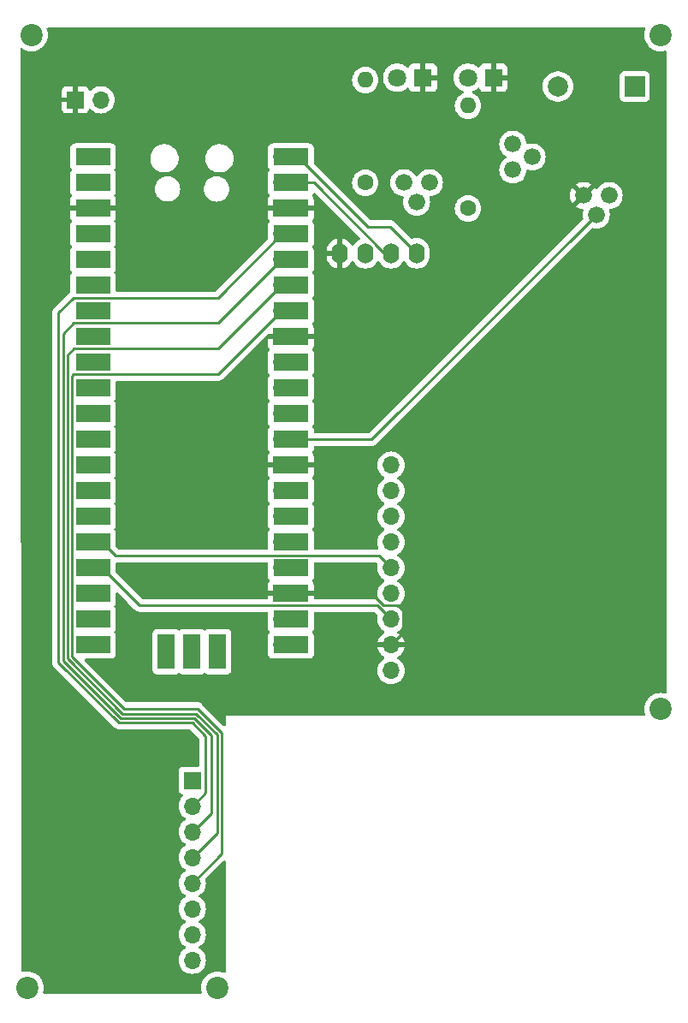
<source format=gbr>
%TF.GenerationSoftware,KiCad,Pcbnew,7.0.10+dfsg-1*%
%TF.CreationDate,2024-02-23T10:02:09+01:00*%
%TF.ProjectId,chibi_v2_1,63686962-695f-4763-925f-312e6b696361,rev?*%
%TF.SameCoordinates,Original*%
%TF.FileFunction,Copper,L2,Bot*%
%TF.FilePolarity,Positive*%
%FSLAX46Y46*%
G04 Gerber Fmt 4.6, Leading zero omitted, Abs format (unit mm)*
G04 Created by KiCad (PCBNEW 7.0.10+dfsg-1) date 2024-02-23 10:02:09*
%MOMM*%
%LPD*%
G01*
G04 APERTURE LIST*
%TA.AperFunction,ComponentPad*%
%ADD10C,1.600000*%
%TD*%
%TA.AperFunction,ComponentPad*%
%ADD11O,1.600000X1.600000*%
%TD*%
%TA.AperFunction,ComponentPad*%
%ADD12R,1.800000X1.800000*%
%TD*%
%TA.AperFunction,ComponentPad*%
%ADD13C,1.800000*%
%TD*%
%TA.AperFunction,ComponentPad*%
%ADD14R,1.700000X1.700000*%
%TD*%
%TA.AperFunction,ComponentPad*%
%ADD15O,1.700000X1.700000*%
%TD*%
%TA.AperFunction,ComponentPad*%
%ADD16R,2.000000X2.000000*%
%TD*%
%TA.AperFunction,ComponentPad*%
%ADD17C,2.000000*%
%TD*%
%TA.AperFunction,ComponentPad*%
%ADD18C,1.676400*%
%TD*%
%TA.AperFunction,ComponentPad*%
%ADD19O,1.600000X2.000000*%
%TD*%
%TA.AperFunction,SMDPad,CuDef*%
%ADD20R,3.500000X1.700000*%
%TD*%
%TA.AperFunction,SMDPad,CuDef*%
%ADD21R,1.700000X3.500000*%
%TD*%
%TA.AperFunction,ViaPad*%
%ADD22C,2.200000*%
%TD*%
%TA.AperFunction,Conductor*%
%ADD23C,0.250000*%
%TD*%
G04 APERTURE END LIST*
D10*
%TO.P,R2,1*%
%TO.N,Net-(Q2-C)*%
X134620000Y-50800000D03*
D11*
%TO.P,R2,2*%
%TO.N,Net-(D1-A)*%
X134620000Y-40640000D03*
%TD*%
D12*
%TO.P,D1,1,K*%
%TO.N,GND*%
X140315000Y-40410000D03*
D13*
%TO.P,D1,2,A*%
%TO.N,Net-(D1-A)*%
X137775000Y-40410000D03*
%TD*%
D14*
%TO.P,J2,1,Pin_1*%
%TO.N,+3V3*%
X117500000Y-109920000D03*
D15*
%TO.P,J2,2,Pin_2*%
%TO.N,Net-(J2-Pin_2)*%
X117500000Y-112460000D03*
%TO.P,J2,3,Pin_3*%
%TO.N,Net-(J2-Pin_3)*%
X117500000Y-115000000D03*
%TO.P,J2,4,Pin_4*%
%TO.N,Net-(J2-Pin_4)*%
X117500000Y-117540000D03*
%TO.P,J2,5,Pin_5*%
%TO.N,Net-(J2-Pin_5)*%
X117500000Y-120080000D03*
%TO.P,J2,6,Pin_6*%
%TO.N,Net-(J2-Pin_6)*%
X117500000Y-122620000D03*
%TO.P,J2,7,Pin_7*%
%TO.N,Net-(J2-Pin_7)*%
X117500000Y-125160000D03*
%TO.P,J2,8,Pin_8*%
%TO.N,Net-(J2-Pin_8)*%
X117500000Y-127700000D03*
%TD*%
D12*
%TO.P,D2,1,K*%
%TO.N,GND*%
X147300000Y-40410000D03*
D13*
%TO.P,D2,2,A*%
%TO.N,Net-(D2-A)*%
X144760000Y-40410000D03*
%TD*%
D16*
%TO.P,BZ1,1,+*%
%TO.N,Net-(BZ1-+)*%
X161280000Y-41275000D03*
D17*
%TO.P,BZ1,2,-*%
%TO.N,+3V3*%
X153680000Y-41275000D03*
%TD*%
D10*
%TO.P,R1,1*%
%TO.N,Net-(Q3-C)*%
X144780000Y-53340000D03*
D11*
%TO.P,R1,2*%
%TO.N,Net-(D2-A)*%
X144780000Y-43180000D03*
%TD*%
D18*
%TO.P,Q3,1,C*%
%TO.N,Net-(Q3-C)*%
X149225000Y-49530000D03*
%TO.P,Q3,2,B*%
%TO.N,Net-(Pico1-GPIO11)*%
X151130000Y-48260000D03*
%TO.P,Q3,3,E*%
%TO.N,+3V3*%
X149225000Y-46990000D03*
%TD*%
%TO.P,Q2,1,C*%
%TO.N,Net-(Q2-C)*%
X138430000Y-50800000D03*
%TO.P,Q2,2,B*%
%TO.N,Net-(Pico1-GPIO10)*%
X139700000Y-52705000D03*
%TO.P,Q2,3,E*%
%TO.N,+3V3*%
X140970000Y-50800000D03*
%TD*%
%TO.P,Q1,1,C*%
%TO.N,GND*%
X156210000Y-52070000D03*
%TO.P,Q1,2,B*%
%TO.N,Net-(Pico1-GPIO9)*%
X157480000Y-53975000D03*
%TO.P,Q1,3,E*%
%TO.N,Net-(BZ1-+)*%
X158750000Y-52070000D03*
%TD*%
D19*
%TO.P,Display1,1,GND*%
%TO.N,GND*%
X132080000Y-57785000D03*
%TO.P,Display1,2,VCC*%
%TO.N,+3V3*%
X134620000Y-57785000D03*
%TO.P,Display1,3,SCL*%
%TO.N,Net-(Display1-SCL)*%
X137160000Y-57785000D03*
%TO.P,Display1,4,SDA*%
%TO.N,Net-(Display1-SDA)*%
X139700000Y-57785000D03*
%TD*%
D14*
%TO.P,J1,1,Pin_1*%
%TO.N,GND*%
X105925000Y-42600000D03*
D15*
%TO.P,J1,2,Pin_2*%
%TO.N,Net-(J1-Pin_2)*%
X108465000Y-42600000D03*
%TD*%
%TO.P,Pico1,1,GPIO0*%
%TO.N,Net-(Display1-SDA)*%
X126365000Y-48260000D03*
D20*
X127265000Y-48260000D03*
D15*
%TO.P,Pico1,2,GPIO1*%
%TO.N,Net-(Display1-SCL)*%
X126365000Y-50800000D03*
D20*
X127265000Y-50800000D03*
D14*
%TO.P,Pico1,3,GND*%
%TO.N,GND*%
X126365000Y-53340000D03*
D20*
X127265000Y-53340000D03*
D15*
%TO.P,Pico1,4,GPIO2*%
%TO.N,Net-(J2-Pin_2)*%
X126365000Y-55880000D03*
D20*
X127265000Y-55880000D03*
D15*
%TO.P,Pico1,5,GPIO3*%
%TO.N,Net-(J2-Pin_3)*%
X126365000Y-58420000D03*
D20*
X127265000Y-58420000D03*
D15*
%TO.P,Pico1,6,GPIO4*%
%TO.N,Net-(J2-Pin_4)*%
X126365000Y-60960000D03*
D20*
X127265000Y-60960000D03*
D15*
%TO.P,Pico1,7,GPIO5*%
%TO.N,Net-(J2-Pin_5)*%
X126365000Y-63500000D03*
D20*
X127265000Y-63500000D03*
D14*
%TO.P,Pico1,8,GND*%
%TO.N,GND*%
X126365000Y-66040000D03*
D20*
X127265000Y-66040000D03*
D15*
%TO.P,Pico1,9,GPIO6*%
%TO.N,Net-(J2-Pin_6)*%
X126365000Y-68580000D03*
D20*
X127265000Y-68580000D03*
D15*
%TO.P,Pico1,10,GPIO7*%
%TO.N,Net-(J2-Pin_7)*%
X126365000Y-71120000D03*
D20*
X127265000Y-71120000D03*
D15*
%TO.P,Pico1,11,GPIO8*%
%TO.N,Net-(J2-Pin_8)*%
X126365000Y-73660000D03*
D20*
X127265000Y-73660000D03*
D15*
%TO.P,Pico1,12,GPIO9*%
%TO.N,Net-(Pico1-GPIO9)*%
X126365000Y-76200000D03*
D20*
X127265000Y-76200000D03*
D14*
%TO.P,Pico1,13,GND*%
%TO.N,GND*%
X126365000Y-78740000D03*
D20*
X127265000Y-78740000D03*
D15*
%TO.P,Pico1,14,GPIO10*%
%TO.N,Net-(Pico1-GPIO10)*%
X126365000Y-81280000D03*
D20*
X127265000Y-81280000D03*
D15*
%TO.P,Pico1,15,GPIO11*%
%TO.N,Net-(Pico1-GPIO11)*%
X126365000Y-83820000D03*
D20*
X127265000Y-83820000D03*
D15*
%TO.P,Pico1,16,GPIO12*%
%TO.N,unconnected-(Pico1-GPIO12-Pad16)*%
X126365000Y-86360000D03*
D20*
X127265000Y-86360000D03*
D15*
%TO.P,Pico1,17,GPIO13*%
%TO.N,unconnected-(Pico1-GPIO13-Pad17)*%
X126365000Y-88900000D03*
D20*
X127265000Y-88900000D03*
D14*
%TO.P,Pico1,18,GND*%
%TO.N,GND*%
X126365000Y-91440000D03*
D20*
X127265000Y-91440000D03*
D15*
%TO.P,Pico1,19,GPIO14*%
%TO.N,unconnected-(Pico1-GPIO14-Pad19)*%
X126365000Y-93980000D03*
D20*
X127265000Y-93980000D03*
D15*
%TO.P,Pico1,20,GPIO15*%
%TO.N,unconnected-(Pico1-GPIO15-Pad20)*%
X126365000Y-96520000D03*
D20*
X127265000Y-96520000D03*
D15*
%TO.P,Pico1,21,GPIO16*%
%TO.N,Net-(Pico1-GPIO16)*%
X108585000Y-96520000D03*
D20*
X107685000Y-96520000D03*
D15*
%TO.P,Pico1,22,GPIO17*%
%TO.N,Net-(Pico1-GPIO17)*%
X108585000Y-93980000D03*
D20*
X107685000Y-93980000D03*
D14*
%TO.P,Pico1,23,GND*%
%TO.N,unconnected-(Pico1-GND-Pad23)*%
X108585000Y-91440000D03*
D20*
X107685000Y-91440000D03*
D15*
%TO.P,Pico1,24,GPIO18*%
%TO.N,Net-(Pico1-GPIO18)*%
X108585000Y-88900000D03*
D20*
X107685000Y-88900000D03*
D15*
%TO.P,Pico1,25,GPIO19*%
%TO.N,Net-(Pico1-GPIO19)*%
X108585000Y-86360000D03*
D20*
X107685000Y-86360000D03*
D15*
%TO.P,Pico1,26,GPIO20*%
%TO.N,unconnected-(Pico1-GPIO20-Pad26)*%
X108585000Y-83820000D03*
D20*
X107685000Y-83820000D03*
D15*
%TO.P,Pico1,27,GPIO21*%
%TO.N,unconnected-(Pico1-GPIO21-Pad27)*%
X108585000Y-81280000D03*
D20*
X107685000Y-81280000D03*
D14*
%TO.P,Pico1,28,GND*%
%TO.N,unconnected-(Pico1-GND-Pad28)*%
X108585000Y-78740000D03*
D20*
X107685000Y-78740000D03*
D15*
%TO.P,Pico1,29,GPIO22*%
%TO.N,unconnected-(Pico1-GPIO22-Pad29)*%
X108585000Y-76200000D03*
D20*
X107685000Y-76200000D03*
D15*
%TO.P,Pico1,30,RUN*%
%TO.N,unconnected-(Pico1-RUN-Pad30)*%
X108585000Y-73660000D03*
D20*
X107685000Y-73660000D03*
D15*
%TO.P,Pico1,31,GPIO26_ADC0*%
%TO.N,unconnected-(Pico1-GPIO26_ADC0-Pad31)*%
X108585000Y-71120000D03*
D20*
X107685000Y-71120000D03*
D15*
%TO.P,Pico1,32,GPIO27_ADC1*%
%TO.N,unconnected-(Pico1-GPIO27_ADC1-Pad32)*%
X108585000Y-68580000D03*
D20*
X107685000Y-68580000D03*
D14*
%TO.P,Pico1,33,AGND*%
%TO.N,unconnected-(Pico1-AGND-Pad33)*%
X108585000Y-66040000D03*
D20*
X107685000Y-66040000D03*
D15*
%TO.P,Pico1,34,GPIO28_ADC2*%
%TO.N,unconnected-(Pico1-GPIO28_ADC2-Pad34)*%
X108585000Y-63500000D03*
D20*
X107685000Y-63500000D03*
D15*
%TO.P,Pico1,35,ADC_VREF*%
%TO.N,unconnected-(Pico1-ADC_VREF-Pad35)*%
X108585000Y-60960000D03*
D20*
X107685000Y-60960000D03*
D15*
%TO.P,Pico1,36,3V3*%
%TO.N,+3V3*%
X108585000Y-58420000D03*
D20*
X107685000Y-58420000D03*
D15*
%TO.P,Pico1,37,3V3_EN*%
%TO.N,unconnected-(Pico1-3V3_EN-Pad37)*%
X108585000Y-55880000D03*
D20*
X107685000Y-55880000D03*
D14*
%TO.P,Pico1,38,GND*%
%TO.N,GND*%
X108585000Y-53340000D03*
D20*
X107685000Y-53340000D03*
D15*
%TO.P,Pico1,39,VSYS*%
%TO.N,unconnected-(Pico1-VSYS-Pad39)*%
X108585000Y-50800000D03*
D20*
X107685000Y-50800000D03*
D15*
%TO.P,Pico1,40,VBUS*%
%TO.N,Net-(J1-Pin_2)*%
X108585000Y-48260000D03*
D20*
X107685000Y-48260000D03*
D15*
%TO.P,Pico1,41,SWCLK*%
%TO.N,unconnected-(Pico1-SWCLK-Pad41)*%
X120015000Y-96290000D03*
D21*
X120015000Y-97190000D03*
D14*
%TO.P,Pico1,42,GND*%
%TO.N,unconnected-(Pico1-GND-Pad42)*%
X117475000Y-96290000D03*
D21*
X117475000Y-97190000D03*
D15*
%TO.P,Pico1,43,SWDIO*%
%TO.N,unconnected-(Pico1-SWDIO-Pad43)*%
X114935000Y-96290000D03*
D21*
X114935000Y-97190000D03*
%TD*%
D15*
%TO.P,SDCard1,1,3v*%
%TO.N,+3V3*%
X137160000Y-99060000D03*
%TO.P,SDCard1,2,GND*%
%TO.N,GND*%
X137160000Y-96520000D03*
%TO.P,SDCard1,3,CLK*%
%TO.N,Net-(Pico1-GPIO18)*%
X137160000Y-93980000D03*
%TO.P,SDCard1,4,Slave_Output*%
%TO.N,Net-(Pico1-GPIO16)*%
X137160000Y-91440000D03*
%TO.P,SDCard1,5,Slave_Input*%
%TO.N,Net-(Pico1-GPIO19)*%
X137160000Y-88900000D03*
%TO.P,SDCard1,6,Chip_Select*%
%TO.N,Net-(Pico1-GPIO17)*%
X137160000Y-86360000D03*
%TO.P,SDCard1,7*%
%TO.N,unconnected-(SDCard1-Pad7)*%
X137160000Y-83820000D03*
%TO.P,SDCard1,8*%
%TO.N,unconnected-(SDCard1-Pad8)*%
X137160000Y-81280000D03*
%TO.P,SDCard1,9,Card_Detect*%
%TO.N,unconnected-(SDCard1-Card_Detect-Pad9)*%
X137160000Y-78740000D03*
%TD*%
D22*
%TO.N,*%
X163830000Y-102870000D03*
X101200000Y-130400000D03*
X163830000Y-36195000D03*
X101600000Y-36195000D03*
X120000000Y-130400000D03*
%TD*%
D23*
%TO.N,GND*%
X137160000Y-96520000D02*
X138335000Y-95345000D01*
X138335000Y-93123001D02*
X137826999Y-92615000D01*
X136431396Y-92615000D02*
X135256396Y-91440000D01*
X135256396Y-91440000D02*
X126365000Y-91440000D01*
X138335000Y-95345000D02*
X138335000Y-93123001D01*
X137826999Y-92615000D02*
X136431396Y-92615000D01*
%TO.N,Net-(Display1-SCL)*%
X129540000Y-50800000D02*
X136525000Y-57785000D01*
X136525000Y-57785000D02*
X137160000Y-57785000D01*
X126365000Y-50800000D02*
X129540000Y-50800000D01*
%TO.N,Net-(Display1-SDA)*%
X127975000Y-48260000D02*
X126365000Y-48260000D01*
X137053200Y-55138200D02*
X139700000Y-57785000D01*
X134853200Y-55138200D02*
X127975000Y-48260000D01*
X134853200Y-55138200D02*
X137053200Y-55138200D01*
%TO.N,Net-(J2-Pin_2)*%
X117509010Y-104218198D02*
X110224010Y-104218198D01*
X120045000Y-62200000D02*
X126365000Y-55880000D01*
X118800000Y-111160000D02*
X118800000Y-105509188D01*
X104260000Y-63675000D02*
X105735000Y-62200000D01*
X118800000Y-105509188D02*
X117509010Y-104218198D01*
X117500000Y-112460000D02*
X118800000Y-111160000D01*
X104260000Y-98254188D02*
X104260000Y-63675000D01*
X105735000Y-62200000D02*
X120045000Y-62200000D01*
X110224010Y-104218198D02*
X104260000Y-98254188D01*
%TO.N,Net-(J2-Pin_3)*%
X117695406Y-103768198D02*
X110410406Y-103768198D01*
X104710000Y-65765000D02*
X105800000Y-64675000D01*
X119363604Y-105436396D02*
X117695406Y-103768198D01*
X105800000Y-64675000D02*
X120110000Y-64675000D01*
X120110000Y-64675000D02*
X126365000Y-58420000D01*
X104710000Y-98067792D02*
X104710000Y-65765000D01*
X119363604Y-113136396D02*
X119363604Y-105436396D01*
X117500000Y-115000000D02*
X119363604Y-113136396D01*
X110410406Y-103768198D02*
X104710000Y-98067792D01*
%TO.N,Net-(J2-Pin_4)*%
X117881802Y-103318198D02*
X110596802Y-103318198D01*
X119950000Y-105386396D02*
X117881802Y-103318198D01*
X105160000Y-97881396D02*
X105160000Y-67855000D01*
X105800000Y-67215000D02*
X120110000Y-67215000D01*
X117500000Y-117540000D02*
X119950000Y-115090000D01*
X119950000Y-115090000D02*
X119950000Y-105386396D01*
X105160000Y-67855000D02*
X105800000Y-67215000D01*
X110596802Y-103318198D02*
X105160000Y-97881396D01*
X120110000Y-67215000D02*
X126365000Y-60960000D01*
%TO.N,Net-(J2-Pin_5)*%
X105610000Y-69945000D02*
X105610000Y-97695000D01*
X118000000Y-102800000D02*
X120400000Y-105200000D01*
X126365000Y-63500000D02*
X120110000Y-69755000D01*
X105800000Y-69755000D02*
X105610000Y-69945000D01*
X120400000Y-117180000D02*
X117500000Y-120080000D01*
X120400000Y-105200000D02*
X120400000Y-117180000D01*
X105610000Y-97695000D02*
X110715000Y-102800000D01*
X120110000Y-69755000D02*
X105800000Y-69755000D01*
X110715000Y-102800000D02*
X118000000Y-102800000D01*
%TO.N,Net-(Pico1-GPIO9)*%
X157480000Y-53975000D02*
X135255000Y-76200000D01*
X135255000Y-76200000D02*
X126365000Y-76200000D01*
%TO.N,Net-(Pico1-GPIO18)*%
X135795000Y-92615000D02*
X112300000Y-92615000D01*
X112300000Y-92615000D02*
X108585000Y-88900000D01*
X137160000Y-93980000D02*
X135795000Y-92615000D01*
%TO.N,Net-(Pico1-GPIO19)*%
X109950000Y-87725000D02*
X108585000Y-86360000D01*
X137160000Y-88900000D02*
X135985000Y-87725000D01*
X135985000Y-87725000D02*
X109950000Y-87725000D01*
%TD*%
%TA.AperFunction,Conductor*%
%TO.N,GND*%
G36*
X162283538Y-35479685D02*
G01*
X162329293Y-35532489D01*
X162339237Y-35601647D01*
X162331060Y-35631453D01*
X162303126Y-35698889D01*
X162244317Y-35943848D01*
X162224551Y-36195000D01*
X162244317Y-36446151D01*
X162303126Y-36691110D01*
X162399533Y-36923859D01*
X162531160Y-37138653D01*
X162531161Y-37138656D01*
X162531164Y-37138659D01*
X162694776Y-37330224D01*
X162843066Y-37456875D01*
X162886343Y-37493838D01*
X162886346Y-37493839D01*
X163101140Y-37625466D01*
X163333889Y-37721873D01*
X163578852Y-37780683D01*
X163830000Y-37800449D01*
X164081148Y-37780683D01*
X164247406Y-37740768D01*
X164317187Y-37744259D01*
X164374005Y-37784922D01*
X164399818Y-37849849D01*
X164400352Y-37861324D01*
X164409662Y-101205874D01*
X164389987Y-101272916D01*
X164337190Y-101318679D01*
X164268033Y-101328632D01*
X164256716Y-101326466D01*
X164081152Y-101284318D01*
X164081148Y-101284317D01*
X163830000Y-101264551D01*
X163578848Y-101284317D01*
X163333889Y-101343126D01*
X163101140Y-101439533D01*
X162886346Y-101571160D01*
X162886343Y-101571161D01*
X162694776Y-101734776D01*
X162531161Y-101926343D01*
X162531160Y-101926346D01*
X162399533Y-102141140D01*
X162303126Y-102373889D01*
X162244317Y-102618848D01*
X162224551Y-102870000D01*
X162244317Y-103121151D01*
X162298551Y-103347053D01*
X162295060Y-103416836D01*
X162254396Y-103473653D01*
X162189470Y-103499466D01*
X162177977Y-103500000D01*
X120810000Y-103500000D01*
X120809663Y-104425755D01*
X120789954Y-104492787D01*
X120737133Y-104538523D01*
X120667971Y-104548441D01*
X120604426Y-104519393D01*
X120597982Y-104513391D01*
X118500803Y-102416212D01*
X118490980Y-102403950D01*
X118490759Y-102404134D01*
X118485786Y-102398122D01*
X118436776Y-102352099D01*
X118433977Y-102349386D01*
X118414477Y-102329885D01*
X118414471Y-102329880D01*
X118411286Y-102327409D01*
X118402434Y-102319848D01*
X118370582Y-102289938D01*
X118370580Y-102289936D01*
X118370577Y-102289935D01*
X118353029Y-102280288D01*
X118336763Y-102269604D01*
X118320932Y-102257324D01*
X118280849Y-102239978D01*
X118270363Y-102234841D01*
X118232094Y-102213803D01*
X118232092Y-102213802D01*
X118212693Y-102208822D01*
X118194281Y-102202518D01*
X118175898Y-102194562D01*
X118175892Y-102194560D01*
X118132760Y-102187729D01*
X118121322Y-102185361D01*
X118079020Y-102174500D01*
X118079019Y-102174500D01*
X118058984Y-102174500D01*
X118039586Y-102172973D01*
X118032162Y-102171797D01*
X118019805Y-102169840D01*
X118019804Y-102169840D01*
X117976325Y-102173950D01*
X117964656Y-102174500D01*
X111025453Y-102174500D01*
X110958414Y-102154815D01*
X110937772Y-102138181D01*
X106881771Y-98082180D01*
X106848286Y-98020857D01*
X106853270Y-97951165D01*
X106895142Y-97895232D01*
X106960606Y-97870815D01*
X106969452Y-97870499D01*
X108520612Y-97870499D01*
X108531420Y-97870971D01*
X108584999Y-97875659D01*
X108585000Y-97875659D01*
X108585001Y-97875659D01*
X108638580Y-97870971D01*
X108649388Y-97870499D01*
X109482871Y-97870499D01*
X109482872Y-97870499D01*
X109542483Y-97864091D01*
X109677331Y-97813796D01*
X109792546Y-97727546D01*
X109878796Y-97612331D01*
X109929091Y-97477483D01*
X109935500Y-97417873D01*
X109935499Y-96584383D01*
X109935971Y-96573576D01*
X109940659Y-96520000D01*
X109940659Y-96519999D01*
X109935971Y-96466421D01*
X109935499Y-96455613D01*
X109935499Y-96290001D01*
X113579341Y-96290001D01*
X113584028Y-96343574D01*
X113584500Y-96354381D01*
X113584500Y-98987870D01*
X113584501Y-98987876D01*
X113590908Y-99047483D01*
X113641202Y-99182328D01*
X113641206Y-99182335D01*
X113727452Y-99297544D01*
X113727455Y-99297547D01*
X113842664Y-99383793D01*
X113842671Y-99383797D01*
X113977517Y-99434091D01*
X113977516Y-99434091D01*
X113984444Y-99434835D01*
X114037127Y-99440500D01*
X115832872Y-99440499D01*
X115892483Y-99434091D01*
X116027331Y-99383796D01*
X116130690Y-99306421D01*
X116196152Y-99282004D01*
X116264425Y-99296855D01*
X116279303Y-99306416D01*
X116382665Y-99383793D01*
X116382668Y-99383795D01*
X116382671Y-99383797D01*
X116517517Y-99434091D01*
X116517516Y-99434091D01*
X116524444Y-99434835D01*
X116577127Y-99440500D01*
X118372872Y-99440499D01*
X118432483Y-99434091D01*
X118567331Y-99383796D01*
X118670690Y-99306421D01*
X118736152Y-99282004D01*
X118804425Y-99296855D01*
X118819303Y-99306416D01*
X118922665Y-99383793D01*
X118922668Y-99383795D01*
X118922671Y-99383797D01*
X119057517Y-99434091D01*
X119057516Y-99434091D01*
X119064444Y-99434835D01*
X119117127Y-99440500D01*
X120912872Y-99440499D01*
X120972483Y-99434091D01*
X121107331Y-99383796D01*
X121222546Y-99297546D01*
X121308796Y-99182331D01*
X121359091Y-99047483D01*
X121365500Y-98987873D01*
X121365499Y-96354381D01*
X121365971Y-96343578D01*
X121370659Y-96290000D01*
X121370659Y-96289999D01*
X121365971Y-96236418D01*
X121365499Y-96225610D01*
X121365499Y-95392129D01*
X121365498Y-95392123D01*
X121365497Y-95392116D01*
X121359091Y-95332517D01*
X121356030Y-95324311D01*
X121308797Y-95197671D01*
X121308793Y-95197664D01*
X121222547Y-95082455D01*
X121222544Y-95082452D01*
X121107335Y-94996206D01*
X121107328Y-94996202D01*
X120972482Y-94945908D01*
X120972483Y-94945908D01*
X120912883Y-94939501D01*
X120912881Y-94939500D01*
X120912873Y-94939500D01*
X120912865Y-94939500D01*
X120079383Y-94939500D01*
X120068576Y-94939028D01*
X120015002Y-94934341D01*
X120014999Y-94934341D01*
X119979865Y-94937414D01*
X119961421Y-94939028D01*
X119950616Y-94939500D01*
X119117129Y-94939500D01*
X119117123Y-94939501D01*
X119057516Y-94945908D01*
X118922671Y-94996202D01*
X118922669Y-94996203D01*
X118819311Y-95073578D01*
X118753847Y-95097995D01*
X118685574Y-95083144D01*
X118670689Y-95073578D01*
X118567330Y-94996203D01*
X118567328Y-94996202D01*
X118432482Y-94945908D01*
X118432483Y-94945908D01*
X118372883Y-94939501D01*
X118372881Y-94939500D01*
X118372873Y-94939500D01*
X118372864Y-94939500D01*
X116577129Y-94939500D01*
X116577123Y-94939501D01*
X116517516Y-94945908D01*
X116382671Y-94996202D01*
X116382669Y-94996203D01*
X116279311Y-95073578D01*
X116213847Y-95097995D01*
X116145574Y-95083144D01*
X116130689Y-95073578D01*
X116027330Y-94996203D01*
X116027328Y-94996202D01*
X115892482Y-94945908D01*
X115892483Y-94945908D01*
X115832883Y-94939501D01*
X115832881Y-94939500D01*
X115832873Y-94939500D01*
X115832865Y-94939500D01*
X114999383Y-94939500D01*
X114988576Y-94939028D01*
X114935002Y-94934341D01*
X114934999Y-94934341D01*
X114899865Y-94937414D01*
X114881421Y-94939028D01*
X114870616Y-94939500D01*
X114037129Y-94939500D01*
X114037123Y-94939501D01*
X113977516Y-94945908D01*
X113842671Y-94996202D01*
X113842664Y-94996206D01*
X113727455Y-95082452D01*
X113727452Y-95082455D01*
X113641206Y-95197664D01*
X113641202Y-95197671D01*
X113590908Y-95332517D01*
X113584501Y-95392116D01*
X113584501Y-95392123D01*
X113584500Y-95392135D01*
X113584500Y-96225618D01*
X113584028Y-96236425D01*
X113579341Y-96289997D01*
X113579341Y-96290001D01*
X109935499Y-96290001D01*
X109935499Y-95622129D01*
X109935498Y-95622123D01*
X109935497Y-95622116D01*
X109929091Y-95562517D01*
X109899019Y-95481891D01*
X109878797Y-95427671D01*
X109878795Y-95427668D01*
X109852195Y-95392135D01*
X109801421Y-95324309D01*
X109777004Y-95258848D01*
X109791855Y-95190575D01*
X109801416Y-95175696D01*
X109878796Y-95072331D01*
X109929091Y-94937483D01*
X109935500Y-94877873D01*
X109935499Y-94044383D01*
X109935971Y-94033576D01*
X109940659Y-93980000D01*
X109940659Y-93979999D01*
X109935971Y-93926421D01*
X109935499Y-93915613D01*
X109935499Y-93082129D01*
X109935498Y-93082123D01*
X109933723Y-93065612D01*
X109929091Y-93022517D01*
X109926987Y-93016877D01*
X109878797Y-92887671D01*
X109878795Y-92887668D01*
X109801421Y-92784309D01*
X109777004Y-92718848D01*
X109791855Y-92650575D01*
X109801416Y-92635696D01*
X109878796Y-92532331D01*
X109929091Y-92397483D01*
X109935500Y-92337873D01*
X109935499Y-91434450D01*
X109955183Y-91367412D01*
X110007987Y-91321657D01*
X110077146Y-91311713D01*
X110140702Y-91340738D01*
X110147178Y-91346768D01*
X111111804Y-92311395D01*
X111799197Y-92998788D01*
X111809022Y-93011051D01*
X111809243Y-93010869D01*
X111814211Y-93016874D01*
X111863222Y-93062899D01*
X111866021Y-93065612D01*
X111885522Y-93085114D01*
X111885526Y-93085117D01*
X111885529Y-93085120D01*
X111888702Y-93087581D01*
X111897574Y-93095159D01*
X111929418Y-93125062D01*
X111946976Y-93134714D01*
X111963235Y-93145395D01*
X111979064Y-93157673D01*
X112019155Y-93175021D01*
X112029626Y-93180151D01*
X112052180Y-93192550D01*
X112067902Y-93201194D01*
X112067904Y-93201195D01*
X112067908Y-93201197D01*
X112087316Y-93206180D01*
X112105719Y-93212481D01*
X112124101Y-93220436D01*
X112124102Y-93220436D01*
X112124104Y-93220437D01*
X112167250Y-93227270D01*
X112178672Y-93229636D01*
X112220981Y-93240500D01*
X112241016Y-93240500D01*
X112260414Y-93242026D01*
X112280194Y-93245159D01*
X112280195Y-93245160D01*
X112280195Y-93245159D01*
X112280196Y-93245160D01*
X112323675Y-93241050D01*
X112335344Y-93240500D01*
X124890500Y-93240500D01*
X124957539Y-93260185D01*
X125003294Y-93312989D01*
X125014500Y-93364500D01*
X125014500Y-93915616D01*
X125014028Y-93926423D01*
X125009341Y-93979997D01*
X125009341Y-93980002D01*
X125014028Y-94033576D01*
X125014500Y-94044383D01*
X125014500Y-94877870D01*
X125014501Y-94877876D01*
X125020908Y-94937483D01*
X125071202Y-95072328D01*
X125071203Y-95072330D01*
X125148578Y-95175689D01*
X125172995Y-95241153D01*
X125158144Y-95309426D01*
X125148578Y-95324311D01*
X125071203Y-95427669D01*
X125071202Y-95427671D01*
X125020908Y-95562517D01*
X125014501Y-95622116D01*
X125014501Y-95622123D01*
X125014500Y-95622135D01*
X125014500Y-96455616D01*
X125014028Y-96466423D01*
X125009341Y-96519997D01*
X125009341Y-96520002D01*
X125014028Y-96573576D01*
X125014500Y-96584383D01*
X125014500Y-97417870D01*
X125014501Y-97417876D01*
X125020908Y-97477483D01*
X125071202Y-97612328D01*
X125071206Y-97612335D01*
X125157452Y-97727544D01*
X125157455Y-97727547D01*
X125272664Y-97813793D01*
X125272671Y-97813797D01*
X125407517Y-97864091D01*
X125407516Y-97864091D01*
X125414444Y-97864835D01*
X125467127Y-97870500D01*
X126300616Y-97870499D01*
X126311425Y-97870971D01*
X126365000Y-97875659D01*
X126418575Y-97870971D01*
X126429384Y-97870499D01*
X129062871Y-97870499D01*
X129062872Y-97870499D01*
X129122483Y-97864091D01*
X129257331Y-97813796D01*
X129372546Y-97727546D01*
X129458796Y-97612331D01*
X129509091Y-97477483D01*
X129515500Y-97417873D01*
X129515499Y-95622128D01*
X129509091Y-95562517D01*
X129479019Y-95481891D01*
X129458797Y-95427671D01*
X129458795Y-95427668D01*
X129432195Y-95392135D01*
X129381421Y-95324309D01*
X129357004Y-95258848D01*
X129371855Y-95190575D01*
X129381416Y-95175696D01*
X129458796Y-95072331D01*
X129509091Y-94937483D01*
X129515500Y-94877873D01*
X129515499Y-93364499D01*
X129535184Y-93297461D01*
X129587987Y-93251706D01*
X129639499Y-93240500D01*
X135484548Y-93240500D01*
X135551587Y-93260185D01*
X135572229Y-93276819D01*
X135819762Y-93524352D01*
X135853247Y-93585675D01*
X135851856Y-93644126D01*
X135824938Y-93744586D01*
X135824936Y-93744596D01*
X135804341Y-93979999D01*
X135804341Y-93980000D01*
X135824936Y-94215403D01*
X135824938Y-94215413D01*
X135886094Y-94443655D01*
X135886096Y-94443659D01*
X135886097Y-94443663D01*
X135985965Y-94657830D01*
X135985967Y-94657834D01*
X136121501Y-94851395D01*
X136121506Y-94851402D01*
X136288597Y-95018493D01*
X136288603Y-95018498D01*
X136474594Y-95148730D01*
X136518219Y-95203307D01*
X136525413Y-95272805D01*
X136493890Y-95335160D01*
X136474595Y-95351880D01*
X136288922Y-95481890D01*
X136288920Y-95481891D01*
X136121891Y-95648920D01*
X136121886Y-95648926D01*
X135986400Y-95842420D01*
X135986399Y-95842422D01*
X135886570Y-96056507D01*
X135886567Y-96056513D01*
X135829364Y-96269999D01*
X135829364Y-96270000D01*
X136714428Y-96270000D01*
X136691318Y-96305960D01*
X136650000Y-96446673D01*
X136650000Y-96593327D01*
X136691318Y-96734040D01*
X136714428Y-96770000D01*
X135829364Y-96770000D01*
X135886567Y-96983486D01*
X135886570Y-96983492D01*
X135986399Y-97197578D01*
X136121894Y-97391082D01*
X136288917Y-97558105D01*
X136474595Y-97688119D01*
X136518219Y-97742696D01*
X136525412Y-97812195D01*
X136493890Y-97874549D01*
X136474595Y-97891269D01*
X136288594Y-98021508D01*
X136121505Y-98188597D01*
X135985965Y-98382169D01*
X135985964Y-98382171D01*
X135886098Y-98596335D01*
X135886094Y-98596344D01*
X135824938Y-98824586D01*
X135824936Y-98824596D01*
X135804341Y-99059999D01*
X135804341Y-99060000D01*
X135824936Y-99295403D01*
X135824938Y-99295413D01*
X135886094Y-99523655D01*
X135886096Y-99523659D01*
X135886097Y-99523663D01*
X135985965Y-99737830D01*
X135985967Y-99737834D01*
X136094281Y-99892521D01*
X136121505Y-99931401D01*
X136288599Y-100098495D01*
X136385384Y-100166265D01*
X136482165Y-100234032D01*
X136482167Y-100234033D01*
X136482170Y-100234035D01*
X136696337Y-100333903D01*
X136924592Y-100395063D01*
X137112918Y-100411539D01*
X137159999Y-100415659D01*
X137160000Y-100415659D01*
X137160001Y-100415659D01*
X137199234Y-100412226D01*
X137395408Y-100395063D01*
X137623663Y-100333903D01*
X137837830Y-100234035D01*
X138031401Y-100098495D01*
X138198495Y-99931401D01*
X138334035Y-99737830D01*
X138433903Y-99523663D01*
X138495063Y-99295408D01*
X138515659Y-99060000D01*
X138495063Y-98824592D01*
X138433903Y-98596337D01*
X138334035Y-98382171D01*
X138326946Y-98372046D01*
X138198494Y-98188597D01*
X138031402Y-98021506D01*
X138031401Y-98021505D01*
X137845405Y-97891269D01*
X137801781Y-97836692D01*
X137794588Y-97767193D01*
X137826110Y-97704839D01*
X137845405Y-97688119D01*
X138031082Y-97558105D01*
X138198105Y-97391082D01*
X138333600Y-97197578D01*
X138433429Y-96983492D01*
X138433432Y-96983486D01*
X138490636Y-96770000D01*
X137605572Y-96770000D01*
X137628682Y-96734040D01*
X137670000Y-96593327D01*
X137670000Y-96446673D01*
X137628682Y-96305960D01*
X137605572Y-96270000D01*
X138490636Y-96270000D01*
X138490635Y-96269999D01*
X138433432Y-96056513D01*
X138433429Y-96056507D01*
X138333600Y-95842422D01*
X138333599Y-95842420D01*
X138198113Y-95648926D01*
X138198108Y-95648920D01*
X138031078Y-95481890D01*
X137845405Y-95351879D01*
X137801780Y-95297302D01*
X137794588Y-95227804D01*
X137826110Y-95165449D01*
X137845406Y-95148730D01*
X137917863Y-95097995D01*
X138031401Y-95018495D01*
X138198495Y-94851401D01*
X138334035Y-94657830D01*
X138433903Y-94443663D01*
X138495063Y-94215408D01*
X138515659Y-93980000D01*
X138495063Y-93744592D01*
X138433903Y-93516337D01*
X138334035Y-93302171D01*
X138316284Y-93276819D01*
X138198494Y-93108597D01*
X138031402Y-92941506D01*
X138031396Y-92941501D01*
X137845842Y-92811575D01*
X137802217Y-92756998D01*
X137795023Y-92687500D01*
X137826546Y-92625145D01*
X137845842Y-92608425D01*
X137954515Y-92532331D01*
X138031401Y-92478495D01*
X138198495Y-92311401D01*
X138334035Y-92117830D01*
X138433903Y-91903663D01*
X138495063Y-91675408D01*
X138515659Y-91440000D01*
X138495063Y-91204592D01*
X138433903Y-90976337D01*
X138334035Y-90762171D01*
X138198495Y-90568599D01*
X138198494Y-90568597D01*
X138031402Y-90401506D01*
X138031396Y-90401501D01*
X137845842Y-90271575D01*
X137802217Y-90216998D01*
X137795023Y-90147500D01*
X137826546Y-90085145D01*
X137845842Y-90068425D01*
X137868026Y-90052891D01*
X138031401Y-89938495D01*
X138198495Y-89771401D01*
X138334035Y-89577830D01*
X138433903Y-89363663D01*
X138495063Y-89135408D01*
X138515659Y-88900000D01*
X138495063Y-88664592D01*
X138433903Y-88436337D01*
X138334035Y-88222171D01*
X138198495Y-88028599D01*
X138198494Y-88028597D01*
X138031402Y-87861506D01*
X138031396Y-87861501D01*
X137845842Y-87731575D01*
X137802217Y-87676998D01*
X137795023Y-87607500D01*
X137826546Y-87545145D01*
X137845842Y-87528425D01*
X137868026Y-87512891D01*
X138031401Y-87398495D01*
X138198495Y-87231401D01*
X138334035Y-87037830D01*
X138433903Y-86823663D01*
X138495063Y-86595408D01*
X138515659Y-86360000D01*
X138495063Y-86124592D01*
X138433903Y-85896337D01*
X138334035Y-85682171D01*
X138198495Y-85488599D01*
X138198494Y-85488597D01*
X138031402Y-85321506D01*
X138031396Y-85321501D01*
X137845842Y-85191575D01*
X137802217Y-85136998D01*
X137795023Y-85067500D01*
X137826546Y-85005145D01*
X137845842Y-84988425D01*
X137954515Y-84912331D01*
X138031401Y-84858495D01*
X138198495Y-84691401D01*
X138334035Y-84497830D01*
X138433903Y-84283663D01*
X138495063Y-84055408D01*
X138515659Y-83820000D01*
X138495063Y-83584592D01*
X138433903Y-83356337D01*
X138334035Y-83142171D01*
X138198495Y-82948599D01*
X138198494Y-82948597D01*
X138031402Y-82781506D01*
X138031396Y-82781501D01*
X137845842Y-82651575D01*
X137802217Y-82596998D01*
X137795023Y-82527500D01*
X137826546Y-82465145D01*
X137845842Y-82448425D01*
X137954515Y-82372331D01*
X138031401Y-82318495D01*
X138198495Y-82151401D01*
X138334035Y-81957830D01*
X138433903Y-81743663D01*
X138495063Y-81515408D01*
X138515659Y-81280000D01*
X138495063Y-81044592D01*
X138433903Y-80816337D01*
X138334035Y-80602171D01*
X138198495Y-80408599D01*
X138198494Y-80408597D01*
X138031402Y-80241506D01*
X138031396Y-80241501D01*
X137845842Y-80111575D01*
X137802217Y-80056998D01*
X137795023Y-79987500D01*
X137826546Y-79925145D01*
X137845842Y-79908425D01*
X137954515Y-79832331D01*
X138031401Y-79778495D01*
X138198495Y-79611401D01*
X138334035Y-79417830D01*
X138433903Y-79203663D01*
X138495063Y-78975408D01*
X138515659Y-78740000D01*
X138495063Y-78504592D01*
X138433903Y-78276337D01*
X138334035Y-78062171D01*
X138198495Y-77868599D01*
X138198494Y-77868597D01*
X138031402Y-77701506D01*
X138031395Y-77701501D01*
X137837834Y-77565967D01*
X137837830Y-77565965D01*
X137790921Y-77544091D01*
X137623663Y-77466097D01*
X137623659Y-77466096D01*
X137623655Y-77466094D01*
X137395413Y-77404938D01*
X137395403Y-77404936D01*
X137160001Y-77384341D01*
X137159999Y-77384341D01*
X136924596Y-77404936D01*
X136924586Y-77404938D01*
X136696344Y-77466094D01*
X136696335Y-77466098D01*
X136482171Y-77565964D01*
X136482169Y-77565965D01*
X136288597Y-77701505D01*
X136121505Y-77868597D01*
X135985965Y-78062169D01*
X135985964Y-78062171D01*
X135886098Y-78276335D01*
X135886094Y-78276344D01*
X135824938Y-78504586D01*
X135824936Y-78504596D01*
X135804341Y-78739999D01*
X135804341Y-78740000D01*
X135824936Y-78975403D01*
X135824938Y-78975413D01*
X135886094Y-79203655D01*
X135886096Y-79203659D01*
X135886097Y-79203663D01*
X135985965Y-79417830D01*
X135985967Y-79417834D01*
X136121501Y-79611395D01*
X136121506Y-79611402D01*
X136288597Y-79778493D01*
X136288603Y-79778498D01*
X136474158Y-79908425D01*
X136517783Y-79963002D01*
X136524977Y-80032500D01*
X136493454Y-80094855D01*
X136474158Y-80111575D01*
X136288597Y-80241505D01*
X136121505Y-80408597D01*
X135985965Y-80602169D01*
X135985964Y-80602171D01*
X135886098Y-80816335D01*
X135886094Y-80816344D01*
X135824938Y-81044586D01*
X135824936Y-81044596D01*
X135804341Y-81279999D01*
X135804341Y-81280000D01*
X135824936Y-81515403D01*
X135824938Y-81515413D01*
X135886094Y-81743655D01*
X135886096Y-81743659D01*
X135886097Y-81743663D01*
X135985965Y-81957830D01*
X135985967Y-81957834D01*
X136121501Y-82151395D01*
X136121506Y-82151402D01*
X136288597Y-82318493D01*
X136288603Y-82318498D01*
X136474158Y-82448425D01*
X136517783Y-82503002D01*
X136524977Y-82572500D01*
X136493454Y-82634855D01*
X136474158Y-82651575D01*
X136288597Y-82781505D01*
X136121505Y-82948597D01*
X135985965Y-83142169D01*
X135985964Y-83142171D01*
X135886098Y-83356335D01*
X135886094Y-83356344D01*
X135824938Y-83584586D01*
X135824936Y-83584596D01*
X135804341Y-83819999D01*
X135804341Y-83820000D01*
X135824936Y-84055403D01*
X135824938Y-84055413D01*
X135886094Y-84283655D01*
X135886096Y-84283659D01*
X135886097Y-84283663D01*
X135985965Y-84497830D01*
X135985967Y-84497834D01*
X136121501Y-84691395D01*
X136121506Y-84691402D01*
X136288597Y-84858493D01*
X136288603Y-84858498D01*
X136474158Y-84988425D01*
X136517783Y-85043002D01*
X136524977Y-85112500D01*
X136493454Y-85174855D01*
X136474158Y-85191575D01*
X136288597Y-85321505D01*
X136121505Y-85488597D01*
X135985965Y-85682169D01*
X135985964Y-85682171D01*
X135886098Y-85896335D01*
X135886094Y-85896344D01*
X135824938Y-86124586D01*
X135824936Y-86124596D01*
X135804341Y-86359999D01*
X135804341Y-86360000D01*
X135824936Y-86595403D01*
X135824938Y-86595413D01*
X135886094Y-86823655D01*
X135886096Y-86823659D01*
X135886097Y-86823663D01*
X135887144Y-86825908D01*
X135932463Y-86923095D01*
X135942955Y-86992173D01*
X135914435Y-87055957D01*
X135855959Y-87094196D01*
X135820081Y-87099500D01*
X129639500Y-87099500D01*
X129572461Y-87079815D01*
X129526706Y-87027011D01*
X129515500Y-86975500D01*
X129515499Y-85462129D01*
X129515498Y-85462123D01*
X129515497Y-85462116D01*
X129509091Y-85402517D01*
X129458796Y-85267669D01*
X129381421Y-85164309D01*
X129357004Y-85098848D01*
X129371855Y-85030575D01*
X129381416Y-85015696D01*
X129458796Y-84912331D01*
X129509091Y-84777483D01*
X129515500Y-84717873D01*
X129515499Y-82922128D01*
X129509091Y-82862517D01*
X129458796Y-82727669D01*
X129381421Y-82624309D01*
X129357004Y-82558848D01*
X129371855Y-82490575D01*
X129381416Y-82475696D01*
X129458796Y-82372331D01*
X129509091Y-82237483D01*
X129515500Y-82177873D01*
X129515499Y-80382128D01*
X129509091Y-80322517D01*
X129458796Y-80187669D01*
X129381109Y-80083893D01*
X129356692Y-80018430D01*
X129371543Y-79950157D01*
X129381110Y-79935271D01*
X129458352Y-79832089D01*
X129458354Y-79832086D01*
X129508596Y-79697379D01*
X129508598Y-79697372D01*
X129514999Y-79637844D01*
X129515000Y-79637827D01*
X129515000Y-78990000D01*
X126810572Y-78990000D01*
X126833682Y-78954040D01*
X126875000Y-78813327D01*
X126875000Y-78666673D01*
X126833682Y-78525960D01*
X126810572Y-78490000D01*
X129515000Y-78490000D01*
X129515000Y-77842172D01*
X129514999Y-77842155D01*
X129508598Y-77782627D01*
X129508596Y-77782620D01*
X129458354Y-77647913D01*
X129458352Y-77647910D01*
X129381110Y-77544729D01*
X129356692Y-77479265D01*
X129371543Y-77410992D01*
X129381105Y-77396111D01*
X129458796Y-77292331D01*
X129509091Y-77157483D01*
X129515500Y-77097873D01*
X129515500Y-76949500D01*
X129535185Y-76882461D01*
X129587989Y-76836706D01*
X129639500Y-76825500D01*
X135172257Y-76825500D01*
X135187877Y-76827224D01*
X135187904Y-76826939D01*
X135195660Y-76827671D01*
X135195667Y-76827673D01*
X135262873Y-76825561D01*
X135266768Y-76825500D01*
X135294346Y-76825500D01*
X135294350Y-76825500D01*
X135298324Y-76824997D01*
X135309963Y-76824080D01*
X135353627Y-76822709D01*
X135372869Y-76817117D01*
X135391912Y-76813174D01*
X135411792Y-76810664D01*
X135452401Y-76794585D01*
X135463444Y-76790803D01*
X135505390Y-76778618D01*
X135522629Y-76768422D01*
X135540103Y-76759862D01*
X135558727Y-76752488D01*
X135558727Y-76752487D01*
X135558732Y-76752486D01*
X135594083Y-76726800D01*
X135603814Y-76720408D01*
X135641420Y-76698170D01*
X135655589Y-76683999D01*
X135670379Y-76671368D01*
X135686587Y-76659594D01*
X135714438Y-76625926D01*
X135722279Y-76617309D01*
X157033989Y-55305600D01*
X157095310Y-55272117D01*
X157153757Y-55273507D01*
X157246649Y-55298398D01*
X157433329Y-55314730D01*
X157479999Y-55318814D01*
X157480000Y-55318814D01*
X157480001Y-55318814D01*
X157518891Y-55315411D01*
X157713351Y-55298398D01*
X157939611Y-55237772D01*
X158151907Y-55138777D01*
X158343787Y-55004421D01*
X158509421Y-54838787D01*
X158643777Y-54646907D01*
X158742772Y-54434611D01*
X158803398Y-54208351D01*
X158823814Y-53975000D01*
X158823181Y-53967770D01*
X158807322Y-53786497D01*
X158803398Y-53741649D01*
X158754591Y-53559498D01*
X158756254Y-53489650D01*
X158795416Y-53431787D01*
X158859645Y-53404283D01*
X158863517Y-53403882D01*
X158983351Y-53393398D01*
X159209611Y-53332772D01*
X159421907Y-53233777D01*
X159613787Y-53099421D01*
X159779421Y-52933787D01*
X159913777Y-52741907D01*
X160012772Y-52529611D01*
X160073398Y-52303351D01*
X160093814Y-52070000D01*
X160093181Y-52062770D01*
X160084520Y-51963776D01*
X160073398Y-51836649D01*
X160020163Y-51637972D01*
X160012774Y-51610396D01*
X160012773Y-51610395D01*
X160012772Y-51610389D01*
X159913777Y-51398093D01*
X159779421Y-51206213D01*
X159613787Y-51040579D01*
X159421907Y-50906223D01*
X159209611Y-50807228D01*
X159209607Y-50807227D01*
X159209603Y-50807225D01*
X158983356Y-50746603D01*
X158983346Y-50746601D01*
X158750001Y-50726186D01*
X158749999Y-50726186D01*
X158516653Y-50746601D01*
X158516643Y-50746603D01*
X158290396Y-50807225D01*
X158290389Y-50807227D01*
X158290389Y-50807228D01*
X158078093Y-50906223D01*
X157886213Y-51040579D01*
X157886211Y-51040580D01*
X157886208Y-51040583D01*
X157720583Y-51206208D01*
X157720580Y-51206211D01*
X157720579Y-51206213D01*
X157586223Y-51398093D01*
X157583118Y-51402528D01*
X157581819Y-51401618D01*
X157536505Y-51444807D01*
X157467895Y-51458015D01*
X157403036Y-51432033D01*
X157377224Y-51402234D01*
X157376447Y-51402779D01*
X157316453Y-51317099D01*
X157316453Y-51317098D01*
X156613547Y-52020004D01*
X156601327Y-51942850D01*
X156542883Y-51828146D01*
X156451854Y-51737117D01*
X156337150Y-51678673D01*
X156259994Y-51666452D01*
X156962900Y-50963546D01*
X156962899Y-50963545D01*
X156881656Y-50906658D01*
X156881654Y-50906657D01*
X156669441Y-50807701D01*
X156669432Y-50807697D01*
X156443268Y-50747097D01*
X156443258Y-50747095D01*
X156210002Y-50726688D01*
X156209998Y-50726688D01*
X155976741Y-50747095D01*
X155976731Y-50747097D01*
X155750567Y-50807697D01*
X155750558Y-50807701D01*
X155538341Y-50906659D01*
X155457099Y-50963544D01*
X155457098Y-50963545D01*
X156160006Y-51666452D01*
X156082850Y-51678673D01*
X155968146Y-51737117D01*
X155877117Y-51828146D01*
X155818673Y-51942850D01*
X155806452Y-52020005D01*
X155103545Y-51317098D01*
X155103544Y-51317099D01*
X155046659Y-51398341D01*
X154947701Y-51610558D01*
X154947697Y-51610567D01*
X154887097Y-51836731D01*
X154887095Y-51836741D01*
X154866688Y-52069998D01*
X154866688Y-52070001D01*
X154887095Y-52303258D01*
X154887097Y-52303268D01*
X154947697Y-52529432D01*
X154947701Y-52529441D01*
X155046657Y-52741654D01*
X155046658Y-52741656D01*
X155103545Y-52822899D01*
X155103546Y-52822900D01*
X155806452Y-52119993D01*
X155818673Y-52197150D01*
X155877117Y-52311854D01*
X155968146Y-52402883D01*
X156082850Y-52461327D01*
X156160005Y-52473547D01*
X155457098Y-53176453D01*
X155538343Y-53233341D01*
X155538345Y-53233342D01*
X155750558Y-53332298D01*
X155750567Y-53332302D01*
X155976731Y-53392902D01*
X155976741Y-53392904D01*
X156096571Y-53403388D01*
X156161640Y-53428840D01*
X156202619Y-53485431D01*
X156206497Y-53555193D01*
X156205539Y-53559009D01*
X156156603Y-53741643D01*
X156156601Y-53741653D01*
X156136186Y-53974999D01*
X156136186Y-53975000D01*
X156156601Y-54208346D01*
X156156603Y-54208356D01*
X156181490Y-54301237D01*
X156179827Y-54371087D01*
X156149396Y-54421011D01*
X135032228Y-75538181D01*
X134970905Y-75571666D01*
X134944547Y-75574500D01*
X129639499Y-75574500D01*
X129572460Y-75554815D01*
X129526705Y-75502011D01*
X129515499Y-75450500D01*
X129515499Y-75302129D01*
X129515498Y-75302123D01*
X129515497Y-75302116D01*
X129509091Y-75242517D01*
X129458796Y-75107669D01*
X129381421Y-75004309D01*
X129357004Y-74938848D01*
X129371855Y-74870575D01*
X129381416Y-74855696D01*
X129458796Y-74752331D01*
X129509091Y-74617483D01*
X129515500Y-74557873D01*
X129515499Y-72762128D01*
X129509091Y-72702517D01*
X129458796Y-72567669D01*
X129381421Y-72464309D01*
X129357004Y-72398848D01*
X129371855Y-72330575D01*
X129381416Y-72315696D01*
X129458796Y-72212331D01*
X129509091Y-72077483D01*
X129515500Y-72017873D01*
X129515499Y-70222128D01*
X129509091Y-70162517D01*
X129458796Y-70027669D01*
X129381421Y-69924309D01*
X129357004Y-69858848D01*
X129371855Y-69790575D01*
X129381416Y-69775696D01*
X129458796Y-69672331D01*
X129509091Y-69537483D01*
X129515500Y-69477873D01*
X129515499Y-67682128D01*
X129509091Y-67622517D01*
X129458796Y-67487669D01*
X129381109Y-67383893D01*
X129356692Y-67318430D01*
X129371543Y-67250157D01*
X129381110Y-67235271D01*
X129458352Y-67132089D01*
X129458354Y-67132086D01*
X129508596Y-66997379D01*
X129508598Y-66997372D01*
X129514999Y-66937844D01*
X129515000Y-66937827D01*
X129515000Y-66290000D01*
X126810572Y-66290000D01*
X126833682Y-66254040D01*
X126875000Y-66113327D01*
X126875000Y-65966673D01*
X126833682Y-65825960D01*
X126810572Y-65790000D01*
X129515000Y-65790000D01*
X129515000Y-65142172D01*
X129514999Y-65142155D01*
X129508598Y-65082627D01*
X129508596Y-65082620D01*
X129458354Y-64947913D01*
X129458352Y-64947910D01*
X129381110Y-64844729D01*
X129356692Y-64779265D01*
X129371543Y-64710992D01*
X129381105Y-64696111D01*
X129458796Y-64592331D01*
X129509091Y-64457483D01*
X129515500Y-64397873D01*
X129515499Y-62602128D01*
X129509091Y-62542517D01*
X129458796Y-62407669D01*
X129381421Y-62304309D01*
X129357004Y-62238848D01*
X129371855Y-62170575D01*
X129381416Y-62155696D01*
X129458796Y-62052331D01*
X129509091Y-61917483D01*
X129515500Y-61857873D01*
X129515499Y-60062128D01*
X129509091Y-60002517D01*
X129458796Y-59867669D01*
X129381421Y-59764309D01*
X129357004Y-59698848D01*
X129371855Y-59630575D01*
X129381416Y-59615696D01*
X129458796Y-59512331D01*
X129509091Y-59377483D01*
X129515500Y-59317873D01*
X129515499Y-57522128D01*
X129509091Y-57462517D01*
X129470221Y-57358302D01*
X129458797Y-57327671D01*
X129458795Y-57327668D01*
X129381421Y-57224309D01*
X129357004Y-57158848D01*
X129371855Y-57090575D01*
X129381416Y-57075696D01*
X129458796Y-56972331D01*
X129509091Y-56837483D01*
X129515500Y-56777873D01*
X129515499Y-54982128D01*
X129509091Y-54922517D01*
X129477863Y-54838791D01*
X129458797Y-54787671D01*
X129458795Y-54787668D01*
X129381109Y-54683893D01*
X129356692Y-54618430D01*
X129371543Y-54550157D01*
X129381110Y-54535271D01*
X129458352Y-54432089D01*
X129458354Y-54432086D01*
X129508596Y-54297379D01*
X129508598Y-54297372D01*
X129514999Y-54237844D01*
X129515000Y-54237827D01*
X129515000Y-53590000D01*
X126810572Y-53590000D01*
X126833682Y-53554040D01*
X126875000Y-53413327D01*
X126875000Y-53266673D01*
X126833682Y-53125960D01*
X126810572Y-53090000D01*
X129515000Y-53090000D01*
X129515000Y-52442172D01*
X129514999Y-52442155D01*
X129508598Y-52382627D01*
X129508596Y-52382620D01*
X129458354Y-52247913D01*
X129458352Y-52247910D01*
X129381110Y-52144729D01*
X129356692Y-52079265D01*
X129371543Y-52010992D01*
X129381105Y-51996111D01*
X129458796Y-51892331D01*
X129469861Y-51862663D01*
X129511729Y-51806730D01*
X129577193Y-51782311D01*
X129645466Y-51797161D01*
X129673724Y-51818314D01*
X134075675Y-56220265D01*
X134109160Y-56281588D01*
X134104176Y-56351280D01*
X134062304Y-56407213D01*
X134040401Y-56420327D01*
X133967268Y-56454430D01*
X133967265Y-56454432D01*
X133780858Y-56584954D01*
X133619954Y-56745858D01*
X133489433Y-56932264D01*
X133489432Y-56932266D01*
X133489315Y-56932518D01*
X133462106Y-56990867D01*
X133415933Y-57043306D01*
X133348739Y-57062457D01*
X133281858Y-57042241D01*
X133237342Y-56990865D01*
X133210135Y-56932520D01*
X133210134Y-56932518D01*
X133079657Y-56746179D01*
X132918820Y-56585342D01*
X132732482Y-56454865D01*
X132526328Y-56358734D01*
X132330000Y-56306127D01*
X132330000Y-57349498D01*
X132222315Y-57300320D01*
X132115763Y-57285000D01*
X132044237Y-57285000D01*
X131937685Y-57300320D01*
X131830000Y-57349498D01*
X131830000Y-56306127D01*
X131633671Y-56358734D01*
X131427517Y-56454865D01*
X131241179Y-56585342D01*
X131080342Y-56746179D01*
X130949865Y-56932517D01*
X130853734Y-57138673D01*
X130853730Y-57138682D01*
X130794860Y-57358389D01*
X130794858Y-57358400D01*
X130780000Y-57528233D01*
X130780000Y-57535000D01*
X131646314Y-57535000D01*
X131620507Y-57575156D01*
X131580000Y-57713111D01*
X131580000Y-57856889D01*
X131620507Y-57994844D01*
X131646314Y-58035000D01*
X130780000Y-58035000D01*
X130780000Y-58041766D01*
X130794858Y-58211599D01*
X130794860Y-58211610D01*
X130853730Y-58431317D01*
X130853734Y-58431326D01*
X130949865Y-58637482D01*
X131080342Y-58823820D01*
X131241179Y-58984657D01*
X131427517Y-59115134D01*
X131633673Y-59211265D01*
X131633682Y-59211269D01*
X131829999Y-59263872D01*
X131830000Y-59263871D01*
X131830000Y-58220501D01*
X131937685Y-58269680D01*
X132044237Y-58285000D01*
X132115763Y-58285000D01*
X132222315Y-58269680D01*
X132330000Y-58220501D01*
X132330000Y-59263872D01*
X132526317Y-59211269D01*
X132526326Y-59211265D01*
X132732482Y-59115134D01*
X132918820Y-58984657D01*
X133079657Y-58823820D01*
X133210132Y-58637484D01*
X133237341Y-58579134D01*
X133283513Y-58526695D01*
X133350707Y-58507542D01*
X133417588Y-58527757D01*
X133462106Y-58579133D01*
X133489431Y-58637732D01*
X133489432Y-58637734D01*
X133619954Y-58824141D01*
X133780858Y-58985045D01*
X133780861Y-58985047D01*
X133967266Y-59115568D01*
X134173504Y-59211739D01*
X134393308Y-59270635D01*
X134555230Y-59284801D01*
X134619998Y-59290468D01*
X134620000Y-59290468D01*
X134620002Y-59290468D01*
X134676673Y-59285509D01*
X134846692Y-59270635D01*
X135066496Y-59211739D01*
X135272734Y-59115568D01*
X135459139Y-58985047D01*
X135620047Y-58824139D01*
X135750568Y-58637734D01*
X135777618Y-58579724D01*
X135823790Y-58527285D01*
X135890983Y-58508133D01*
X135957865Y-58528348D01*
X136002382Y-58579725D01*
X136029429Y-58637728D01*
X136029432Y-58637734D01*
X136159954Y-58824141D01*
X136320858Y-58985045D01*
X136320861Y-58985047D01*
X136507266Y-59115568D01*
X136713504Y-59211739D01*
X136933308Y-59270635D01*
X137095230Y-59284801D01*
X137159998Y-59290468D01*
X137160000Y-59290468D01*
X137160002Y-59290468D01*
X137216673Y-59285509D01*
X137386692Y-59270635D01*
X137606496Y-59211739D01*
X137812734Y-59115568D01*
X137999139Y-58985047D01*
X138160047Y-58824139D01*
X138290568Y-58637734D01*
X138317618Y-58579724D01*
X138363790Y-58527285D01*
X138430983Y-58508133D01*
X138497865Y-58528348D01*
X138542382Y-58579725D01*
X138569429Y-58637728D01*
X138569432Y-58637734D01*
X138699954Y-58824141D01*
X138860858Y-58985045D01*
X138860861Y-58985047D01*
X139047266Y-59115568D01*
X139253504Y-59211739D01*
X139473308Y-59270635D01*
X139635230Y-59284801D01*
X139699998Y-59290468D01*
X139700000Y-59290468D01*
X139700002Y-59290468D01*
X139756673Y-59285509D01*
X139926692Y-59270635D01*
X140146496Y-59211739D01*
X140352734Y-59115568D01*
X140539139Y-58985047D01*
X140700047Y-58824139D01*
X140830568Y-58637734D01*
X140926739Y-58431496D01*
X140985635Y-58211692D01*
X141000500Y-58041784D01*
X141000500Y-57528216D01*
X140985635Y-57358308D01*
X140926739Y-57138504D01*
X140830568Y-56932266D01*
X140700047Y-56745861D01*
X140700045Y-56745858D01*
X140539141Y-56584954D01*
X140352734Y-56454432D01*
X140352732Y-56454431D01*
X140146497Y-56358261D01*
X140146488Y-56358258D01*
X139926697Y-56299366D01*
X139926693Y-56299365D01*
X139926692Y-56299365D01*
X139926691Y-56299364D01*
X139926686Y-56299364D01*
X139700002Y-56279532D01*
X139699998Y-56279532D01*
X139473313Y-56299364D01*
X139473302Y-56299366D01*
X139248274Y-56359662D01*
X139247673Y-56357422D01*
X139187754Y-56361169D01*
X139127516Y-56327925D01*
X137554003Y-54754412D01*
X137544180Y-54742150D01*
X137543959Y-54742334D01*
X137538986Y-54736322D01*
X137489976Y-54690299D01*
X137487177Y-54687586D01*
X137467677Y-54668085D01*
X137467671Y-54668080D01*
X137464486Y-54665609D01*
X137455634Y-54658048D01*
X137423782Y-54628138D01*
X137423780Y-54628136D01*
X137423777Y-54628135D01*
X137406229Y-54618488D01*
X137389963Y-54607804D01*
X137374132Y-54595524D01*
X137334049Y-54578178D01*
X137323563Y-54573041D01*
X137285294Y-54552003D01*
X137285292Y-54552002D01*
X137265893Y-54547022D01*
X137247481Y-54540718D01*
X137229098Y-54532762D01*
X137229092Y-54532760D01*
X137185960Y-54525929D01*
X137174522Y-54523561D01*
X137132220Y-54512700D01*
X137132219Y-54512700D01*
X137112184Y-54512700D01*
X137092786Y-54511173D01*
X137085362Y-54509997D01*
X137073005Y-54508040D01*
X137073004Y-54508040D01*
X137029525Y-54512150D01*
X137017856Y-54512700D01*
X135163652Y-54512700D01*
X135096613Y-54493015D01*
X135075971Y-54476381D01*
X131399591Y-50800001D01*
X133314532Y-50800001D01*
X133334364Y-51026686D01*
X133334366Y-51026697D01*
X133393258Y-51246488D01*
X133393261Y-51246497D01*
X133489431Y-51452732D01*
X133489432Y-51452734D01*
X133619954Y-51639141D01*
X133780858Y-51800045D01*
X133792202Y-51807988D01*
X133967266Y-51930568D01*
X134173504Y-52026739D01*
X134173509Y-52026740D01*
X134173511Y-52026741D01*
X134202588Y-52034532D01*
X134393308Y-52085635D01*
X134555230Y-52099801D01*
X134619998Y-52105468D01*
X134620000Y-52105468D01*
X134620002Y-52105468D01*
X134676673Y-52100509D01*
X134846692Y-52085635D01*
X135066496Y-52026739D01*
X135272734Y-51930568D01*
X135459139Y-51800047D01*
X135620047Y-51639139D01*
X135750568Y-51452734D01*
X135846739Y-51246496D01*
X135905635Y-51026692D01*
X135925468Y-50800000D01*
X137086186Y-50800000D01*
X137106601Y-51033346D01*
X137106603Y-51033356D01*
X137167225Y-51259603D01*
X137167227Y-51259607D01*
X137167228Y-51259611D01*
X137266223Y-51471907D01*
X137400579Y-51663787D01*
X137566213Y-51829421D01*
X137758093Y-51963777D01*
X137970389Y-52062772D01*
X137970395Y-52062773D01*
X137970396Y-52062774D01*
X137997364Y-52070000D01*
X138196649Y-52123398D01*
X138316441Y-52133878D01*
X138381509Y-52159330D01*
X138422488Y-52215921D01*
X138426366Y-52285683D01*
X138425408Y-52289499D01*
X138376603Y-52471643D01*
X138376601Y-52471653D01*
X138356186Y-52704999D01*
X138356186Y-52705000D01*
X138376601Y-52938346D01*
X138376603Y-52938356D01*
X138437225Y-53164603D01*
X138437227Y-53164607D01*
X138437228Y-53164611D01*
X138536223Y-53376907D01*
X138670579Y-53568787D01*
X138836213Y-53734421D01*
X139028093Y-53868777D01*
X139240389Y-53967772D01*
X139240395Y-53967773D01*
X139240396Y-53967774D01*
X139267364Y-53975000D01*
X139466649Y-54028398D01*
X139653329Y-54044730D01*
X139699999Y-54048814D01*
X139700000Y-54048814D01*
X139700001Y-54048814D01*
X139738891Y-54045411D01*
X139933351Y-54028398D01*
X140159611Y-53967772D01*
X140371907Y-53868777D01*
X140563787Y-53734421D01*
X140729421Y-53568787D01*
X140863777Y-53376907D01*
X140880987Y-53340001D01*
X143474532Y-53340001D01*
X143494364Y-53566686D01*
X143494366Y-53566697D01*
X143553258Y-53786488D01*
X143553261Y-53786497D01*
X143649431Y-53992732D01*
X143649432Y-53992734D01*
X143779954Y-54179141D01*
X143940858Y-54340045D01*
X143940861Y-54340047D01*
X144127266Y-54470568D01*
X144333504Y-54566739D01*
X144333509Y-54566740D01*
X144333511Y-54566741D01*
X144367537Y-54575858D01*
X144553308Y-54625635D01*
X144715230Y-54639801D01*
X144779998Y-54645468D01*
X144780000Y-54645468D01*
X144780002Y-54645468D01*
X144836673Y-54640509D01*
X145006692Y-54625635D01*
X145226496Y-54566739D01*
X145432734Y-54470568D01*
X145619139Y-54340047D01*
X145780047Y-54179139D01*
X145910568Y-53992734D01*
X146006739Y-53786496D01*
X146065635Y-53566692D01*
X146085468Y-53340000D01*
X146084835Y-53332770D01*
X146076175Y-53233777D01*
X146065635Y-53113308D01*
X146006739Y-52893504D01*
X145910568Y-52687266D01*
X145812839Y-52547693D01*
X145780045Y-52500858D01*
X145619141Y-52339954D01*
X145432734Y-52209432D01*
X145432732Y-52209431D01*
X145226497Y-52113261D01*
X145226488Y-52113258D01*
X145006697Y-52054366D01*
X145006693Y-52054365D01*
X145006692Y-52054365D01*
X145006691Y-52054364D01*
X145006686Y-52054364D01*
X144780002Y-52034532D01*
X144779998Y-52034532D01*
X144553313Y-52054364D01*
X144553302Y-52054366D01*
X144333511Y-52113258D01*
X144333502Y-52113261D01*
X144127267Y-52209431D01*
X144127265Y-52209432D01*
X143940858Y-52339954D01*
X143779954Y-52500858D01*
X143649432Y-52687265D01*
X143649431Y-52687267D01*
X143553261Y-52893502D01*
X143553258Y-52893511D01*
X143494366Y-53113302D01*
X143494364Y-53113313D01*
X143474532Y-53339998D01*
X143474532Y-53340001D01*
X140880987Y-53340001D01*
X140962772Y-53164611D01*
X141023398Y-52938351D01*
X141043814Y-52705000D01*
X141023398Y-52471649D01*
X140974591Y-52289498D01*
X140976254Y-52219650D01*
X141015416Y-52161787D01*
X141079645Y-52134283D01*
X141083517Y-52133882D01*
X141203351Y-52123398D01*
X141429611Y-52062772D01*
X141641907Y-51963777D01*
X141833787Y-51829421D01*
X141999421Y-51663787D01*
X142133777Y-51471907D01*
X142232772Y-51259611D01*
X142293398Y-51033351D01*
X142313814Y-50800000D01*
X142313181Y-50792770D01*
X142309126Y-50746421D01*
X142293398Y-50566649D01*
X142236286Y-50353502D01*
X142232774Y-50340396D01*
X142232773Y-50340395D01*
X142232772Y-50340389D01*
X142133777Y-50128093D01*
X141999421Y-49936213D01*
X141833787Y-49770579D01*
X141641907Y-49636223D01*
X141429611Y-49537228D01*
X141429607Y-49537227D01*
X141429603Y-49537225D01*
X141402639Y-49530000D01*
X147881186Y-49530000D01*
X147901601Y-49763346D01*
X147901603Y-49763356D01*
X147962225Y-49989603D01*
X147962227Y-49989607D01*
X147962228Y-49989611D01*
X148061223Y-50201907D01*
X148195579Y-50393787D01*
X148361213Y-50559421D01*
X148553093Y-50693777D01*
X148765389Y-50792772D01*
X148765395Y-50792773D01*
X148765396Y-50792774D01*
X148792364Y-50800000D01*
X148991649Y-50853398D01*
X149178329Y-50869730D01*
X149224999Y-50873814D01*
X149225000Y-50873814D01*
X149225001Y-50873814D01*
X149263891Y-50870411D01*
X149458351Y-50853398D01*
X149684611Y-50792772D01*
X149896907Y-50693777D01*
X150088787Y-50559421D01*
X150254421Y-50393787D01*
X150388777Y-50201907D01*
X150487772Y-49989611D01*
X150548398Y-49763351D01*
X150558878Y-49643556D01*
X150584330Y-49578490D01*
X150640921Y-49537511D01*
X150710683Y-49533633D01*
X150714472Y-49534584D01*
X150896649Y-49583398D01*
X151083329Y-49599730D01*
X151129999Y-49603814D01*
X151130000Y-49603814D01*
X151130001Y-49603814D01*
X151168891Y-49600411D01*
X151363351Y-49583398D01*
X151589611Y-49522772D01*
X151801907Y-49423777D01*
X151993787Y-49289421D01*
X152159421Y-49123787D01*
X152293777Y-48931907D01*
X152392772Y-48719611D01*
X152453398Y-48493351D01*
X152473814Y-48260000D01*
X152453398Y-48026649D01*
X152392772Y-47800389D01*
X152293777Y-47588093D01*
X152159421Y-47396213D01*
X151993787Y-47230579D01*
X151801907Y-47096223D01*
X151589611Y-46997228D01*
X151589607Y-46997227D01*
X151589603Y-46997225D01*
X151363356Y-46936603D01*
X151363346Y-46936601D01*
X151130001Y-46916186D01*
X151129999Y-46916186D01*
X150896653Y-46936601D01*
X150896643Y-46936603D01*
X150714499Y-46985408D01*
X150644649Y-46983745D01*
X150586787Y-46944582D01*
X150559283Y-46880354D01*
X150558881Y-46876476D01*
X150548398Y-46756649D01*
X150487772Y-46530389D01*
X150388777Y-46318093D01*
X150254421Y-46126213D01*
X150088787Y-45960579D01*
X149896907Y-45826223D01*
X149684611Y-45727228D01*
X149684607Y-45727227D01*
X149684603Y-45727225D01*
X149458356Y-45666603D01*
X149458346Y-45666601D01*
X149225001Y-45646186D01*
X149224999Y-45646186D01*
X148991653Y-45666601D01*
X148991643Y-45666603D01*
X148765396Y-45727225D01*
X148765389Y-45727227D01*
X148765389Y-45727228D01*
X148553093Y-45826223D01*
X148361213Y-45960579D01*
X148361211Y-45960580D01*
X148361208Y-45960583D01*
X148195583Y-46126208D01*
X148061223Y-46318093D01*
X147962229Y-46530387D01*
X147962225Y-46530396D01*
X147901603Y-46756643D01*
X147901601Y-46756653D01*
X147881186Y-46989999D01*
X147881186Y-46990000D01*
X147901601Y-47223346D01*
X147901603Y-47223356D01*
X147962225Y-47449603D01*
X147962227Y-47449607D01*
X147962228Y-47449611D01*
X148061223Y-47661907D01*
X148195579Y-47853787D01*
X148361213Y-48019421D01*
X148553093Y-48153777D01*
X148553094Y-48153777D01*
X148557528Y-48156882D01*
X148556521Y-48158319D01*
X148599297Y-48203190D01*
X148612513Y-48271798D01*
X148586540Y-48336660D01*
X148556953Y-48362297D01*
X148557528Y-48363118D01*
X148553094Y-48366222D01*
X148553093Y-48366223D01*
X148361213Y-48500579D01*
X148361211Y-48500580D01*
X148361208Y-48500583D01*
X148195583Y-48666208D01*
X148195580Y-48666211D01*
X148195579Y-48666213D01*
X148061223Y-48858093D01*
X147975674Y-49041555D01*
X147962229Y-49070387D01*
X147962225Y-49070396D01*
X147901603Y-49296643D01*
X147901601Y-49296653D01*
X147881186Y-49529999D01*
X147881186Y-49530000D01*
X141402639Y-49530000D01*
X141203356Y-49476603D01*
X141203346Y-49476601D01*
X140970001Y-49456186D01*
X140969999Y-49456186D01*
X140736653Y-49476601D01*
X140736643Y-49476603D01*
X140510396Y-49537225D01*
X140510389Y-49537227D01*
X140510389Y-49537228D01*
X140298093Y-49636223D01*
X140106213Y-49770579D01*
X140106211Y-49770580D01*
X140106208Y-49770583D01*
X139940583Y-49936208D01*
X139940580Y-49936211D01*
X139940579Y-49936213D01*
X139903189Y-49989612D01*
X139803118Y-50132528D01*
X139801680Y-50131521D01*
X139756810Y-50174297D01*
X139688202Y-50187513D01*
X139623340Y-50161540D01*
X139597702Y-50131953D01*
X139596882Y-50132528D01*
X139593777Y-50128093D01*
X139459421Y-49936213D01*
X139293787Y-49770579D01*
X139101907Y-49636223D01*
X138889611Y-49537228D01*
X138889607Y-49537227D01*
X138889603Y-49537225D01*
X138663356Y-49476603D01*
X138663346Y-49476601D01*
X138430001Y-49456186D01*
X138429999Y-49456186D01*
X138196653Y-49476601D01*
X138196643Y-49476603D01*
X137970396Y-49537225D01*
X137970389Y-49537227D01*
X137970389Y-49537228D01*
X137758093Y-49636223D01*
X137566213Y-49770579D01*
X137566211Y-49770580D01*
X137566208Y-49770583D01*
X137400583Y-49936208D01*
X137400580Y-49936211D01*
X137400579Y-49936213D01*
X137266223Y-50128093D01*
X137179678Y-50313691D01*
X137167229Y-50340387D01*
X137167225Y-50340396D01*
X137106603Y-50566643D01*
X137106601Y-50566653D01*
X137086186Y-50799999D01*
X137086186Y-50800000D01*
X135925468Y-50800000D01*
X135924835Y-50792770D01*
X135916175Y-50693777D01*
X135905635Y-50573308D01*
X135846739Y-50353504D01*
X135750568Y-50147266D01*
X135652839Y-50007693D01*
X135620045Y-49960858D01*
X135459141Y-49799954D01*
X135272734Y-49669432D01*
X135272732Y-49669431D01*
X135066497Y-49573261D01*
X135066488Y-49573258D01*
X134846697Y-49514366D01*
X134846693Y-49514365D01*
X134846692Y-49514365D01*
X134846691Y-49514364D01*
X134846686Y-49514364D01*
X134620002Y-49494532D01*
X134619998Y-49494532D01*
X134393313Y-49514364D01*
X134393302Y-49514366D01*
X134173511Y-49573258D01*
X134173502Y-49573261D01*
X133967267Y-49669431D01*
X133967265Y-49669432D01*
X133780858Y-49799954D01*
X133619954Y-49960858D01*
X133489432Y-50147265D01*
X133489431Y-50147267D01*
X133393261Y-50353502D01*
X133393258Y-50353511D01*
X133334366Y-50573302D01*
X133334364Y-50573313D01*
X133314532Y-50799998D01*
X133314532Y-50800001D01*
X131399591Y-50800001D01*
X129551818Y-48952228D01*
X129518333Y-48890905D01*
X129515499Y-48864547D01*
X129515499Y-47362129D01*
X129515498Y-47362123D01*
X129515497Y-47362116D01*
X129509091Y-47302517D01*
X129506817Y-47296421D01*
X129458797Y-47167671D01*
X129458793Y-47167664D01*
X129372547Y-47052455D01*
X129372544Y-47052452D01*
X129257335Y-46966206D01*
X129257328Y-46966202D01*
X129122482Y-46915908D01*
X129122483Y-46915908D01*
X129062883Y-46909501D01*
X129062881Y-46909500D01*
X129062873Y-46909500D01*
X129062865Y-46909500D01*
X126429385Y-46909500D01*
X126418578Y-46909028D01*
X126365001Y-46904341D01*
X126364997Y-46904341D01*
X126311419Y-46909028D01*
X126300613Y-46909500D01*
X125467129Y-46909500D01*
X125467123Y-46909501D01*
X125407516Y-46915908D01*
X125272671Y-46966202D01*
X125272664Y-46966206D01*
X125157455Y-47052452D01*
X125157452Y-47052455D01*
X125071206Y-47167664D01*
X125071202Y-47167671D01*
X125020908Y-47302517D01*
X125014877Y-47358621D01*
X125014501Y-47362123D01*
X125014500Y-47362135D01*
X125014500Y-48195616D01*
X125014028Y-48206423D01*
X125009341Y-48259997D01*
X125009341Y-48260002D01*
X125014028Y-48313576D01*
X125014500Y-48324383D01*
X125014500Y-49157870D01*
X125014501Y-49157876D01*
X125020908Y-49217483D01*
X125071202Y-49352328D01*
X125071203Y-49352330D01*
X125148578Y-49455689D01*
X125172995Y-49521153D01*
X125158144Y-49589426D01*
X125148578Y-49604309D01*
X125138168Y-49618216D01*
X125071203Y-49707669D01*
X125071202Y-49707671D01*
X125020908Y-49842517D01*
X125014501Y-49902116D01*
X125014501Y-49902123D01*
X125014500Y-49902135D01*
X125014500Y-50735616D01*
X125014028Y-50746423D01*
X125009341Y-50799997D01*
X125009341Y-50800002D01*
X125014028Y-50853576D01*
X125014500Y-50864383D01*
X125014500Y-51697870D01*
X125014501Y-51697876D01*
X125020908Y-51757483D01*
X125071202Y-51892328D01*
X125071206Y-51892335D01*
X125148889Y-51996105D01*
X125173307Y-52061569D01*
X125158456Y-52129842D01*
X125148890Y-52144727D01*
X125071647Y-52247910D01*
X125071645Y-52247913D01*
X125021403Y-52382620D01*
X125021401Y-52382627D01*
X125015000Y-52442155D01*
X125015000Y-53090000D01*
X125919428Y-53090000D01*
X125896318Y-53125960D01*
X125855000Y-53266673D01*
X125855000Y-53413327D01*
X125896318Y-53554040D01*
X125919428Y-53590000D01*
X125015000Y-53590000D01*
X125015000Y-54237844D01*
X125021401Y-54297372D01*
X125021403Y-54297379D01*
X125071645Y-54432086D01*
X125071646Y-54432088D01*
X125148890Y-54535272D01*
X125173307Y-54600736D01*
X125158456Y-54669009D01*
X125148890Y-54683894D01*
X125071204Y-54787669D01*
X125071202Y-54787671D01*
X125020908Y-54922517D01*
X125014501Y-54982116D01*
X125014501Y-54982123D01*
X125014500Y-54982135D01*
X125014500Y-55815616D01*
X125014028Y-55826423D01*
X125009341Y-55879997D01*
X125009341Y-55880002D01*
X125014028Y-55933576D01*
X125014500Y-55944383D01*
X125014500Y-56294547D01*
X124994815Y-56361586D01*
X124978181Y-56382228D01*
X119822228Y-61538181D01*
X119760905Y-61571666D01*
X119734547Y-61574500D01*
X110059500Y-61574500D01*
X109992461Y-61554815D01*
X109946706Y-61502011D01*
X109935500Y-61450500D01*
X109935499Y-61024385D01*
X109935971Y-61013576D01*
X109940659Y-60960000D01*
X109940659Y-60959999D01*
X109935971Y-60906421D01*
X109935499Y-60895613D01*
X109935499Y-60062129D01*
X109935498Y-60062123D01*
X109935497Y-60062116D01*
X109929091Y-60002517D01*
X109878796Y-59867669D01*
X109801421Y-59764309D01*
X109777004Y-59698848D01*
X109791855Y-59630575D01*
X109801416Y-59615696D01*
X109878796Y-59512331D01*
X109929091Y-59377483D01*
X109935500Y-59317873D01*
X109935499Y-58484383D01*
X109935971Y-58473576D01*
X109940659Y-58420000D01*
X109940659Y-58419999D01*
X109935971Y-58366421D01*
X109935499Y-58355613D01*
X109935499Y-57522129D01*
X109935498Y-57522123D01*
X109935497Y-57522116D01*
X109929091Y-57462517D01*
X109890221Y-57358302D01*
X109878797Y-57327671D01*
X109878795Y-57327668D01*
X109801421Y-57224309D01*
X109777004Y-57158848D01*
X109791855Y-57090575D01*
X109801416Y-57075696D01*
X109878796Y-56972331D01*
X109929091Y-56837483D01*
X109935500Y-56777873D01*
X109935499Y-55944383D01*
X109935971Y-55933576D01*
X109940659Y-55880000D01*
X109940659Y-55879999D01*
X109935971Y-55826421D01*
X109935499Y-55815613D01*
X109935499Y-54982129D01*
X109935498Y-54982123D01*
X109935497Y-54982116D01*
X109929091Y-54922517D01*
X109897863Y-54838791D01*
X109878797Y-54787671D01*
X109878795Y-54787668D01*
X109801109Y-54683893D01*
X109776692Y-54618430D01*
X109791543Y-54550157D01*
X109801110Y-54535271D01*
X109878352Y-54432089D01*
X109878354Y-54432086D01*
X109928596Y-54297379D01*
X109928598Y-54297372D01*
X109934999Y-54237844D01*
X109935000Y-54237827D01*
X109935000Y-53590000D01*
X109030572Y-53590000D01*
X109053682Y-53554040D01*
X109095000Y-53413327D01*
X109095000Y-53266673D01*
X109053682Y-53125960D01*
X109030572Y-53090000D01*
X109935000Y-53090000D01*
X109935000Y-52442172D01*
X109934999Y-52442155D01*
X109928598Y-52382627D01*
X109928596Y-52382620D01*
X109878354Y-52247913D01*
X109878352Y-52247910D01*
X109801110Y-52144729D01*
X109776692Y-52079265D01*
X109791543Y-52010992D01*
X109801105Y-51996111D01*
X109878796Y-51892331D01*
X109929091Y-51757483D01*
X109935500Y-51697873D01*
X109935500Y-51420003D01*
X113794723Y-51420003D01*
X113796331Y-51438389D01*
X113796678Y-51454752D01*
X113795709Y-51476324D01*
X113795710Y-51476328D01*
X113806444Y-51555576D01*
X113807094Y-51561412D01*
X113813792Y-51637972D01*
X113813795Y-51637989D01*
X113819461Y-51659134D01*
X113822563Y-51674576D01*
X113825923Y-51699380D01*
X113825926Y-51699392D01*
X113849573Y-51772169D01*
X113851417Y-51778393D01*
X113870423Y-51849324D01*
X113870428Y-51849337D01*
X113881135Y-51872300D01*
X113886682Y-51886380D01*
X113895483Y-51913464D01*
X113922557Y-51963777D01*
X113930128Y-51977845D01*
X113933316Y-51984200D01*
X113962897Y-52047638D01*
X113962898Y-52047639D01*
X113979410Y-52071221D01*
X113987025Y-52083578D01*
X114002146Y-52111678D01*
X114002152Y-52111687D01*
X114045587Y-52166153D01*
X114050214Y-52172340D01*
X114075510Y-52208465D01*
X114088402Y-52226877D01*
X114088405Y-52226880D01*
X114111186Y-52249661D01*
X114120452Y-52260029D01*
X114142492Y-52287666D01*
X114192387Y-52331259D01*
X114198484Y-52336959D01*
X114243116Y-52381592D01*
X114243121Y-52381596D01*
X114243123Y-52381598D01*
X114244583Y-52382620D01*
X114272332Y-52402050D01*
X114282793Y-52410244D01*
X114312004Y-52435765D01*
X114312013Y-52435771D01*
X114365924Y-52467981D01*
X114373449Y-52472854D01*
X114422359Y-52507101D01*
X114422365Y-52507104D01*
X114457798Y-52523627D01*
X114468992Y-52529561D01*
X114505234Y-52551214D01*
X114505236Y-52551215D01*
X114550728Y-52568288D01*
X114560838Y-52572082D01*
X114569669Y-52575792D01*
X114613300Y-52596138D01*
X114620670Y-52599575D01*
X114620675Y-52599577D01*
X114661756Y-52610584D01*
X114673227Y-52614262D01*
X114715976Y-52630307D01*
X114771047Y-52640301D01*
X114780965Y-52642526D01*
X114832023Y-52656207D01*
X114877829Y-52660214D01*
X114889121Y-52661728D01*
X114937453Y-52670500D01*
X114989985Y-52670500D01*
X115000792Y-52670972D01*
X115049998Y-52675277D01*
X115050000Y-52675277D01*
X115100369Y-52670870D01*
X115105600Y-52670524D01*
X115106122Y-52670500D01*
X115106155Y-52670500D01*
X115159217Y-52665724D01*
X115160173Y-52665638D01*
X115160180Y-52665724D01*
X115160477Y-52665611D01*
X115267977Y-52656207D01*
X115267982Y-52656205D01*
X115270000Y-52656029D01*
X115272205Y-52655736D01*
X115274182Y-52655377D01*
X115274188Y-52655377D01*
X115377684Y-52626812D01*
X115378350Y-52626631D01*
X115479330Y-52599575D01*
X115479337Y-52599571D01*
X115483913Y-52597906D01*
X115489449Y-52596138D01*
X115491159Y-52595495D01*
X115491170Y-52595493D01*
X115584890Y-52550359D01*
X115586016Y-52549825D01*
X115677639Y-52507102D01*
X115677640Y-52507101D01*
X115682327Y-52504395D01*
X115682400Y-52504522D01*
X115693164Y-52498218D01*
X115693973Y-52497829D01*
X115775325Y-52438721D01*
X115776993Y-52437531D01*
X115856877Y-52381598D01*
X115857747Y-52380727D01*
X115872550Y-52368084D01*
X115876078Y-52365522D01*
X115943237Y-52295277D01*
X115945098Y-52293376D01*
X116011592Y-52226883D01*
X116011592Y-52226882D01*
X116011598Y-52226877D01*
X116014285Y-52223039D01*
X116026239Y-52208465D01*
X116031629Y-52202828D01*
X116031628Y-52202828D01*
X116031632Y-52202825D01*
X116083266Y-52124600D01*
X116085083Y-52121928D01*
X116137102Y-52047639D01*
X116140543Y-52040259D01*
X116149432Y-52024364D01*
X116155635Y-52014968D01*
X116191114Y-51931958D01*
X116192713Y-51928377D01*
X116229575Y-51849330D01*
X116232570Y-51838148D01*
X116238325Y-51821505D01*
X116239689Y-51818314D01*
X116244103Y-51807988D01*
X116245916Y-51800047D01*
X116263417Y-51723366D01*
X116264533Y-51718863D01*
X116265181Y-51716446D01*
X116286207Y-51637977D01*
X116287515Y-51623015D01*
X116290150Y-51606237D01*
X116294191Y-51588537D01*
X116297934Y-51505183D01*
X116298274Y-51500036D01*
X116305277Y-51420003D01*
X118644723Y-51420003D01*
X118646331Y-51438389D01*
X118646678Y-51454752D01*
X118645709Y-51476324D01*
X118645710Y-51476328D01*
X118656444Y-51555576D01*
X118657094Y-51561412D01*
X118663792Y-51637972D01*
X118663795Y-51637989D01*
X118669461Y-51659134D01*
X118672563Y-51674576D01*
X118675923Y-51699380D01*
X118675926Y-51699392D01*
X118699573Y-51772169D01*
X118701417Y-51778393D01*
X118720423Y-51849324D01*
X118720428Y-51849337D01*
X118731135Y-51872300D01*
X118736682Y-51886380D01*
X118745483Y-51913464D01*
X118772557Y-51963777D01*
X118780128Y-51977845D01*
X118783316Y-51984200D01*
X118812897Y-52047638D01*
X118812898Y-52047639D01*
X118829410Y-52071221D01*
X118837025Y-52083578D01*
X118852146Y-52111678D01*
X118852152Y-52111687D01*
X118895587Y-52166153D01*
X118900214Y-52172340D01*
X118925510Y-52208465D01*
X118938402Y-52226877D01*
X118938405Y-52226880D01*
X118961186Y-52249661D01*
X118970452Y-52260029D01*
X118992492Y-52287666D01*
X119042387Y-52331259D01*
X119048484Y-52336959D01*
X119093116Y-52381592D01*
X119093121Y-52381596D01*
X119093123Y-52381598D01*
X119094583Y-52382620D01*
X119122332Y-52402050D01*
X119132793Y-52410244D01*
X119162004Y-52435765D01*
X119162013Y-52435771D01*
X119215924Y-52467981D01*
X119223449Y-52472854D01*
X119272359Y-52507101D01*
X119272365Y-52507104D01*
X119307798Y-52523627D01*
X119318992Y-52529561D01*
X119355234Y-52551214D01*
X119355236Y-52551215D01*
X119400728Y-52568288D01*
X119410838Y-52572082D01*
X119419669Y-52575792D01*
X119463300Y-52596138D01*
X119470670Y-52599575D01*
X119470675Y-52599577D01*
X119511756Y-52610584D01*
X119523227Y-52614262D01*
X119565976Y-52630307D01*
X119621047Y-52640301D01*
X119630965Y-52642526D01*
X119682023Y-52656207D01*
X119727829Y-52660214D01*
X119739121Y-52661728D01*
X119787453Y-52670500D01*
X119839985Y-52670500D01*
X119850792Y-52670972D01*
X119899998Y-52675277D01*
X119900000Y-52675277D01*
X119950369Y-52670870D01*
X119955600Y-52670524D01*
X119956122Y-52670500D01*
X119956155Y-52670500D01*
X120009217Y-52665724D01*
X120010173Y-52665638D01*
X120010180Y-52665724D01*
X120010477Y-52665611D01*
X120117977Y-52656207D01*
X120117982Y-52656205D01*
X120120000Y-52656029D01*
X120122205Y-52655736D01*
X120124182Y-52655377D01*
X120124188Y-52655377D01*
X120227684Y-52626812D01*
X120228350Y-52626631D01*
X120329330Y-52599575D01*
X120329337Y-52599571D01*
X120333913Y-52597906D01*
X120339449Y-52596138D01*
X120341159Y-52595495D01*
X120341170Y-52595493D01*
X120434890Y-52550359D01*
X120436016Y-52549825D01*
X120527639Y-52507102D01*
X120527640Y-52507101D01*
X120532327Y-52504395D01*
X120532400Y-52504522D01*
X120543164Y-52498218D01*
X120543973Y-52497829D01*
X120625325Y-52438721D01*
X120626993Y-52437531D01*
X120706877Y-52381598D01*
X120707747Y-52380727D01*
X120722550Y-52368084D01*
X120726078Y-52365522D01*
X120793237Y-52295277D01*
X120795098Y-52293376D01*
X120861592Y-52226883D01*
X120861592Y-52226882D01*
X120861598Y-52226877D01*
X120864285Y-52223039D01*
X120876239Y-52208465D01*
X120881629Y-52202828D01*
X120881628Y-52202828D01*
X120881632Y-52202825D01*
X120933266Y-52124600D01*
X120935083Y-52121928D01*
X120987102Y-52047639D01*
X120990543Y-52040259D01*
X120999432Y-52024364D01*
X121005635Y-52014968D01*
X121041114Y-51931958D01*
X121042713Y-51928377D01*
X121079575Y-51849330D01*
X121082570Y-51838148D01*
X121088325Y-51821505D01*
X121089689Y-51818314D01*
X121094103Y-51807988D01*
X121095916Y-51800047D01*
X121113417Y-51723366D01*
X121114533Y-51718863D01*
X121115181Y-51716446D01*
X121136207Y-51637977D01*
X121137515Y-51623015D01*
X121140150Y-51606237D01*
X121144191Y-51588537D01*
X121147934Y-51505183D01*
X121148274Y-51500036D01*
X121155277Y-51420000D01*
X121153667Y-51401608D01*
X121153321Y-51385239D01*
X121154290Y-51363670D01*
X121143549Y-51284385D01*
X121142905Y-51278600D01*
X121136207Y-51202023D01*
X121130539Y-51180870D01*
X121127434Y-51165412D01*
X121124076Y-51140619D01*
X121124075Y-51140618D01*
X121124075Y-51140613D01*
X121100414Y-51067795D01*
X121098578Y-51061593D01*
X121079576Y-50990674D01*
X121079575Y-50990671D01*
X121079575Y-50990670D01*
X121068863Y-50967699D01*
X121063317Y-50953618D01*
X121054519Y-50926541D01*
X121054517Y-50926537D01*
X121054517Y-50926536D01*
X121019869Y-50862149D01*
X121016681Y-50855794D01*
X120994398Y-50808009D01*
X120987102Y-50792362D01*
X120970592Y-50768785D01*
X120962976Y-50756425D01*
X120947852Y-50728319D01*
X120904398Y-50673830D01*
X120899785Y-50667661D01*
X120861598Y-50613123D01*
X120838804Y-50590329D01*
X120829545Y-50579968D01*
X120818927Y-50566653D01*
X120807508Y-50552334D01*
X120800967Y-50546619D01*
X120757611Y-50508739D01*
X120751514Y-50503039D01*
X120706878Y-50458402D01*
X120677663Y-50437946D01*
X120667210Y-50429759D01*
X120637996Y-50404235D01*
X120635156Y-50402538D01*
X120584073Y-50372017D01*
X120576550Y-50367145D01*
X120527641Y-50332899D01*
X120492205Y-50316374D01*
X120481015Y-50310442D01*
X120444769Y-50288787D01*
X120444767Y-50288786D01*
X120436951Y-50285852D01*
X120389154Y-50267914D01*
X120380349Y-50264216D01*
X120329330Y-50240425D01*
X120288232Y-50229412D01*
X120276759Y-50225731D01*
X120234024Y-50209692D01*
X120178965Y-50199700D01*
X120169016Y-50197468D01*
X120117977Y-50183793D01*
X120072176Y-50179785D01*
X120060846Y-50178264D01*
X120012552Y-50169500D01*
X120012547Y-50169500D01*
X119960015Y-50169500D01*
X119949208Y-50169028D01*
X119900002Y-50164723D01*
X119899996Y-50164723D01*
X119849651Y-50169127D01*
X119844442Y-50169473D01*
X119843848Y-50169499D01*
X119789915Y-50174352D01*
X119789613Y-50174379D01*
X119692239Y-50182899D01*
X119682023Y-50183793D01*
X119682022Y-50183793D01*
X119680081Y-50183963D01*
X119677708Y-50184278D01*
X119675809Y-50184623D01*
X119572522Y-50213129D01*
X119571628Y-50213372D01*
X119470668Y-50240425D01*
X119466051Y-50242105D01*
X119460520Y-50243872D01*
X119458836Y-50244504D01*
X119365246Y-50289573D01*
X119363853Y-50290233D01*
X119272359Y-50332899D01*
X119267670Y-50335606D01*
X119267598Y-50335481D01*
X119256871Y-50341764D01*
X119256031Y-50342168D01*
X119174662Y-50401284D01*
X119172904Y-50402538D01*
X119093121Y-50458403D01*
X119092241Y-50459284D01*
X119077461Y-50471906D01*
X119073928Y-50474472D01*
X119073921Y-50474478D01*
X119006847Y-50544632D01*
X119004903Y-50546619D01*
X118938404Y-50613119D01*
X118938402Y-50613121D01*
X118935711Y-50616965D01*
X118923773Y-50631521D01*
X118918368Y-50637174D01*
X118898253Y-50667647D01*
X118866750Y-50715369D01*
X118864865Y-50718142D01*
X118812901Y-50792356D01*
X118812891Y-50792374D01*
X118809457Y-50799738D01*
X118800572Y-50815628D01*
X118794363Y-50825034D01*
X118758893Y-50908020D01*
X118757254Y-50911688D01*
X118720426Y-50990664D01*
X118720424Y-50990671D01*
X118717425Y-51001860D01*
X118711681Y-51018475D01*
X118705899Y-51032005D01*
X118705896Y-51032014D01*
X118686576Y-51116659D01*
X118685460Y-51121158D01*
X118663793Y-51202022D01*
X118662483Y-51216992D01*
X118659847Y-51233769D01*
X118655809Y-51251459D01*
X118655809Y-51251464D01*
X118652066Y-51334777D01*
X118651719Y-51340016D01*
X118644723Y-51419995D01*
X118644723Y-51420003D01*
X116305277Y-51420003D01*
X116305277Y-51420000D01*
X116303667Y-51401608D01*
X116303321Y-51385239D01*
X116304290Y-51363670D01*
X116293549Y-51284385D01*
X116292905Y-51278600D01*
X116286207Y-51202023D01*
X116280539Y-51180870D01*
X116277434Y-51165412D01*
X116274076Y-51140619D01*
X116274075Y-51140618D01*
X116274075Y-51140613D01*
X116250414Y-51067795D01*
X116248578Y-51061593D01*
X116229576Y-50990674D01*
X116229575Y-50990671D01*
X116229575Y-50990670D01*
X116218863Y-50967699D01*
X116213317Y-50953618D01*
X116204519Y-50926541D01*
X116204517Y-50926537D01*
X116204517Y-50926536D01*
X116169869Y-50862149D01*
X116166681Y-50855794D01*
X116144398Y-50808009D01*
X116137102Y-50792362D01*
X116120592Y-50768785D01*
X116112976Y-50756425D01*
X116097852Y-50728319D01*
X116054398Y-50673830D01*
X116049785Y-50667661D01*
X116011598Y-50613123D01*
X115988804Y-50590329D01*
X115979545Y-50579968D01*
X115968927Y-50566653D01*
X115957508Y-50552334D01*
X115950967Y-50546619D01*
X115907611Y-50508739D01*
X115901514Y-50503039D01*
X115856878Y-50458402D01*
X115827663Y-50437946D01*
X115817210Y-50429759D01*
X115787996Y-50404235D01*
X115785156Y-50402538D01*
X115734073Y-50372017D01*
X115726550Y-50367145D01*
X115677641Y-50332899D01*
X115642205Y-50316374D01*
X115631015Y-50310442D01*
X115594769Y-50288787D01*
X115594767Y-50288786D01*
X115586951Y-50285852D01*
X115539154Y-50267914D01*
X115530349Y-50264216D01*
X115479330Y-50240425D01*
X115438232Y-50229412D01*
X115426759Y-50225731D01*
X115384024Y-50209692D01*
X115328965Y-50199700D01*
X115319016Y-50197468D01*
X115267977Y-50183793D01*
X115222176Y-50179785D01*
X115210846Y-50178264D01*
X115162552Y-50169500D01*
X115162547Y-50169500D01*
X115110015Y-50169500D01*
X115099208Y-50169028D01*
X115050002Y-50164723D01*
X115049996Y-50164723D01*
X114999651Y-50169127D01*
X114994442Y-50169473D01*
X114993848Y-50169499D01*
X114939915Y-50174352D01*
X114939613Y-50174379D01*
X114842239Y-50182899D01*
X114832023Y-50183793D01*
X114832022Y-50183793D01*
X114830081Y-50183963D01*
X114827708Y-50184278D01*
X114825809Y-50184623D01*
X114722522Y-50213129D01*
X114721628Y-50213372D01*
X114620668Y-50240425D01*
X114616051Y-50242105D01*
X114610520Y-50243872D01*
X114608836Y-50244504D01*
X114515246Y-50289573D01*
X114513853Y-50290233D01*
X114422359Y-50332899D01*
X114417670Y-50335606D01*
X114417598Y-50335481D01*
X114406871Y-50341764D01*
X114406031Y-50342168D01*
X114324662Y-50401284D01*
X114322904Y-50402538D01*
X114243121Y-50458403D01*
X114242241Y-50459284D01*
X114227461Y-50471906D01*
X114223928Y-50474472D01*
X114223921Y-50474478D01*
X114156847Y-50544632D01*
X114154903Y-50546619D01*
X114088404Y-50613119D01*
X114088402Y-50613121D01*
X114085711Y-50616965D01*
X114073773Y-50631521D01*
X114068368Y-50637174D01*
X114048253Y-50667647D01*
X114016750Y-50715369D01*
X114014865Y-50718142D01*
X113962901Y-50792356D01*
X113962891Y-50792374D01*
X113959457Y-50799738D01*
X113950572Y-50815628D01*
X113944363Y-50825034D01*
X113908893Y-50908020D01*
X113907254Y-50911688D01*
X113870426Y-50990664D01*
X113870424Y-50990671D01*
X113867425Y-51001860D01*
X113861681Y-51018475D01*
X113855899Y-51032005D01*
X113855896Y-51032014D01*
X113836576Y-51116659D01*
X113835460Y-51121158D01*
X113813793Y-51202022D01*
X113812483Y-51216992D01*
X113809847Y-51233769D01*
X113805809Y-51251459D01*
X113805809Y-51251464D01*
X113802066Y-51334777D01*
X113801719Y-51340016D01*
X113794723Y-51419995D01*
X113794723Y-51420003D01*
X109935500Y-51420003D01*
X109935499Y-50864383D01*
X109935971Y-50853576D01*
X109938469Y-50825034D01*
X109940659Y-50800000D01*
X109937406Y-50762827D01*
X109935971Y-50746421D01*
X109935499Y-50735613D01*
X109935499Y-49902129D01*
X109935498Y-49902123D01*
X109935497Y-49902116D01*
X109929091Y-49842517D01*
X109906331Y-49781495D01*
X109878797Y-49707671D01*
X109878795Y-49707668D01*
X109801421Y-49604309D01*
X109777004Y-49538848D01*
X109791855Y-49470575D01*
X109801416Y-49455696D01*
X109878796Y-49352331D01*
X109929091Y-49217483D01*
X109935500Y-49157873D01*
X109935499Y-48389998D01*
X113344700Y-48389998D01*
X113351750Y-48475098D01*
X113352061Y-48480071D01*
X113355819Y-48568523D01*
X113355820Y-48568534D01*
X113360092Y-48588355D01*
X113362451Y-48604238D01*
X113363865Y-48621301D01*
X113363865Y-48621306D01*
X113385660Y-48707372D01*
X113386670Y-48711685D01*
X113406044Y-48801575D01*
X113406046Y-48801582D01*
X113412333Y-48817228D01*
X113417477Y-48833010D01*
X113420843Y-48846300D01*
X113450571Y-48914075D01*
X113457875Y-48930725D01*
X113459377Y-48934300D01*
X113494934Y-49022787D01*
X113494935Y-49022788D01*
X113501981Y-49034232D01*
X113509943Y-49049428D01*
X113514076Y-49058850D01*
X113566366Y-49138886D01*
X113568147Y-49141693D01*
X113619930Y-49225794D01*
X113626543Y-49233308D01*
X113637263Y-49247402D01*
X113641019Y-49253151D01*
X113641021Y-49253153D01*
X113708117Y-49326040D01*
X113709930Y-49328054D01*
X113777436Y-49404755D01*
X113782564Y-49408895D01*
X113795882Y-49421377D01*
X113798216Y-49423913D01*
X113865912Y-49476602D01*
X113879062Y-49486837D01*
X113880795Y-49488211D01*
X113962920Y-49554523D01*
X113962922Y-49554524D01*
X113965678Y-49556064D01*
X113981360Y-49566460D01*
X113981367Y-49566465D01*
X113981371Y-49566467D01*
X113981374Y-49566470D01*
X114074507Y-49616870D01*
X114075785Y-49617573D01*
X114129637Y-49647657D01*
X114171051Y-49670793D01*
X114173849Y-49672058D01*
X114180695Y-49675097D01*
X114180794Y-49674873D01*
X114185491Y-49676933D01*
X114185497Y-49676936D01*
X114288950Y-49712451D01*
X114289557Y-49712662D01*
X114395829Y-49750211D01*
X114395843Y-49750213D01*
X114397392Y-49750617D01*
X114403492Y-49751910D01*
X114404999Y-49752291D01*
X114405019Y-49752298D01*
X114516192Y-49770849D01*
X114516608Y-49770919D01*
X114542416Y-49775345D01*
X114630792Y-49790499D01*
X114630800Y-49790500D01*
X114866044Y-49790500D01*
X114866049Y-49790500D01*
X114920013Y-49781494D01*
X114929883Y-49780252D01*
X114987541Y-49775346D01*
X115036925Y-49762487D01*
X115047760Y-49760177D01*
X115094981Y-49752298D01*
X115149963Y-49733421D01*
X115158941Y-49730716D01*
X115218249Y-49715275D01*
X115261642Y-49695659D01*
X115272436Y-49691377D01*
X115314503Y-49676936D01*
X115368611Y-49647653D01*
X115376541Y-49643721D01*
X115435486Y-49617077D01*
X115472120Y-49592316D01*
X115482503Y-49586018D01*
X115518626Y-49566470D01*
X115569878Y-49526578D01*
X115576584Y-49521710D01*
X115633003Y-49483579D01*
X115662460Y-49455345D01*
X115672075Y-49447035D01*
X115701784Y-49423913D01*
X115748070Y-49373632D01*
X115753490Y-49368100D01*
X115805118Y-49318621D01*
X115827351Y-49288557D01*
X115835799Y-49278331D01*
X115858979Y-49253153D01*
X115898223Y-49193084D01*
X115902317Y-49187196D01*
X115946879Y-49126947D01*
X115962176Y-49096604D01*
X115969074Y-49084637D01*
X115985924Y-49058849D01*
X116016130Y-48989984D01*
X116018927Y-48984045D01*
X116054207Y-48914074D01*
X116063155Y-48884854D01*
X116068153Y-48871383D01*
X116079157Y-48846300D01*
X116098450Y-48770110D01*
X116100088Y-48764255D01*
X116124015Y-48686126D01*
X116124016Y-48686121D01*
X116126566Y-48666213D01*
X116127460Y-48659225D01*
X116130251Y-48644535D01*
X116136132Y-48621311D01*
X116136134Y-48621305D01*
X116142903Y-48539600D01*
X116143484Y-48534095D01*
X116154298Y-48449654D01*
X116153291Y-48425961D01*
X116153602Y-48410481D01*
X116155300Y-48390000D01*
X116155300Y-48389998D01*
X118794700Y-48389998D01*
X118801750Y-48475098D01*
X118802061Y-48480071D01*
X118805819Y-48568523D01*
X118805820Y-48568534D01*
X118810092Y-48588355D01*
X118812451Y-48604238D01*
X118813865Y-48621301D01*
X118813865Y-48621306D01*
X118835660Y-48707372D01*
X118836670Y-48711685D01*
X118856044Y-48801575D01*
X118856046Y-48801582D01*
X118862333Y-48817228D01*
X118867477Y-48833010D01*
X118870843Y-48846300D01*
X118900571Y-48914075D01*
X118907875Y-48930725D01*
X118909377Y-48934300D01*
X118944934Y-49022787D01*
X118944935Y-49022788D01*
X118951981Y-49034232D01*
X118959943Y-49049428D01*
X118964076Y-49058850D01*
X119016366Y-49138886D01*
X119018147Y-49141693D01*
X119069930Y-49225794D01*
X119076543Y-49233308D01*
X119087263Y-49247402D01*
X119091019Y-49253151D01*
X119091021Y-49253153D01*
X119158117Y-49326040D01*
X119159930Y-49328054D01*
X119227436Y-49404755D01*
X119232564Y-49408895D01*
X119245882Y-49421377D01*
X119248216Y-49423913D01*
X119315912Y-49476602D01*
X119329062Y-49486837D01*
X119330795Y-49488211D01*
X119412920Y-49554523D01*
X119412922Y-49554524D01*
X119415678Y-49556064D01*
X119431360Y-49566460D01*
X119431367Y-49566465D01*
X119431371Y-49566467D01*
X119431374Y-49566470D01*
X119524507Y-49616870D01*
X119525785Y-49617573D01*
X119579637Y-49647657D01*
X119621051Y-49670793D01*
X119623849Y-49672058D01*
X119630695Y-49675097D01*
X119630794Y-49674873D01*
X119635491Y-49676933D01*
X119635497Y-49676936D01*
X119738950Y-49712451D01*
X119739557Y-49712662D01*
X119845829Y-49750211D01*
X119845843Y-49750213D01*
X119847392Y-49750617D01*
X119853492Y-49751910D01*
X119854999Y-49752291D01*
X119855019Y-49752298D01*
X119966192Y-49770849D01*
X119966608Y-49770919D01*
X119992416Y-49775345D01*
X120080792Y-49790499D01*
X120080800Y-49790500D01*
X120316044Y-49790500D01*
X120316049Y-49790500D01*
X120370013Y-49781494D01*
X120379883Y-49780252D01*
X120437541Y-49775346D01*
X120486925Y-49762487D01*
X120497760Y-49760177D01*
X120544981Y-49752298D01*
X120599963Y-49733421D01*
X120608941Y-49730716D01*
X120668249Y-49715275D01*
X120711642Y-49695659D01*
X120722436Y-49691377D01*
X120764503Y-49676936D01*
X120818611Y-49647653D01*
X120826541Y-49643721D01*
X120885486Y-49617077D01*
X120922120Y-49592316D01*
X120932503Y-49586018D01*
X120968626Y-49566470D01*
X121019878Y-49526578D01*
X121026584Y-49521710D01*
X121083003Y-49483579D01*
X121112460Y-49455345D01*
X121122075Y-49447035D01*
X121151784Y-49423913D01*
X121198070Y-49373632D01*
X121203490Y-49368100D01*
X121255118Y-49318621D01*
X121277351Y-49288557D01*
X121285799Y-49278331D01*
X121308979Y-49253153D01*
X121348223Y-49193084D01*
X121352317Y-49187196D01*
X121396879Y-49126947D01*
X121412176Y-49096604D01*
X121419074Y-49084637D01*
X121435924Y-49058849D01*
X121466130Y-48989984D01*
X121468927Y-48984045D01*
X121504207Y-48914074D01*
X121513155Y-48884854D01*
X121518153Y-48871383D01*
X121529157Y-48846300D01*
X121548450Y-48770110D01*
X121550088Y-48764255D01*
X121574015Y-48686126D01*
X121574016Y-48686121D01*
X121576566Y-48666213D01*
X121577460Y-48659225D01*
X121580251Y-48644535D01*
X121586132Y-48621311D01*
X121586134Y-48621305D01*
X121592903Y-48539600D01*
X121593484Y-48534095D01*
X121604298Y-48449654D01*
X121603291Y-48425961D01*
X121603602Y-48410481D01*
X121605300Y-48390000D01*
X121603004Y-48362297D01*
X121599863Y-48324383D01*
X121598248Y-48304902D01*
X121597938Y-48299943D01*
X121596742Y-48271798D01*
X121594180Y-48211468D01*
X121589906Y-48191640D01*
X121587548Y-48175764D01*
X121586134Y-48158695D01*
X121564325Y-48072577D01*
X121563336Y-48068354D01*
X121543954Y-47978419D01*
X121537665Y-47962770D01*
X121532519Y-47946980D01*
X121529157Y-47933700D01*
X121492092Y-47849202D01*
X121490621Y-47845697D01*
X121455064Y-47757210D01*
X121448021Y-47745771D01*
X121440053Y-47730565D01*
X121435924Y-47721151D01*
X121383639Y-47641122D01*
X121381859Y-47638315D01*
X121330074Y-47554212D01*
X121330071Y-47554209D01*
X121330069Y-47554205D01*
X121323451Y-47546686D01*
X121312727Y-47532584D01*
X121308980Y-47526848D01*
X121285800Y-47501668D01*
X121241876Y-47453953D01*
X121240068Y-47451944D01*
X121172565Y-47375246D01*
X121167439Y-47371107D01*
X121154117Y-47358621D01*
X121151785Y-47356088D01*
X121151783Y-47356086D01*
X121070936Y-47293161D01*
X121069198Y-47291783D01*
X120987080Y-47225477D01*
X120987073Y-47225472D01*
X120984311Y-47223929D01*
X120968643Y-47213542D01*
X120968634Y-47213535D01*
X120968628Y-47213532D01*
X120968626Y-47213530D01*
X120875485Y-47163125D01*
X120874094Y-47162359D01*
X120778961Y-47109213D01*
X120776381Y-47108047D01*
X120769284Y-47104898D01*
X120769188Y-47105119D01*
X120764499Y-47103062D01*
X120661278Y-47067626D01*
X120660233Y-47067262D01*
X120554172Y-47029789D01*
X120552635Y-47029389D01*
X120546549Y-47028098D01*
X120544995Y-47027704D01*
X120433772Y-47009144D01*
X120433227Y-47009051D01*
X120319210Y-46989500D01*
X120319200Y-46989500D01*
X120316049Y-46989500D01*
X120083951Y-46989500D01*
X120029993Y-46998503D01*
X120020101Y-46999747D01*
X119962470Y-47004652D01*
X119962461Y-47004653D01*
X119913077Y-47017511D01*
X119902250Y-47019819D01*
X119855012Y-47027703D01*
X119800068Y-47046566D01*
X119791051Y-47049284D01*
X119731749Y-47064725D01*
X119731743Y-47064727D01*
X119688361Y-47084337D01*
X119677553Y-47088624D01*
X119635504Y-47103060D01*
X119635498Y-47103063D01*
X119581396Y-47132341D01*
X119573460Y-47136275D01*
X119514514Y-47162922D01*
X119477883Y-47187679D01*
X119467470Y-47193994D01*
X119431379Y-47213526D01*
X119431367Y-47213533D01*
X119380126Y-47253416D01*
X119373402Y-47258297D01*
X119317001Y-47296417D01*
X119316994Y-47296423D01*
X119287546Y-47324644D01*
X119277918Y-47332967D01*
X119248217Y-47356085D01*
X119248209Y-47356093D01*
X119201925Y-47406369D01*
X119196500Y-47411905D01*
X119144882Y-47461378D01*
X119144880Y-47461380D01*
X119122657Y-47491427D01*
X119114198Y-47501668D01*
X119091021Y-47526846D01*
X119051781Y-47586906D01*
X119047671Y-47592814D01*
X119003124Y-47653047D01*
X119003119Y-47653055D01*
X118987826Y-47683384D01*
X118980918Y-47695370D01*
X118964076Y-47721149D01*
X118933887Y-47789974D01*
X118931060Y-47795975D01*
X118904189Y-47849274D01*
X118895791Y-47865930D01*
X118886847Y-47895131D01*
X118881842Y-47908620D01*
X118870845Y-47933691D01*
X118870845Y-47933692D01*
X118851552Y-48009872D01*
X118849913Y-48015735D01*
X118825984Y-48093877D01*
X118825983Y-48093879D01*
X118822538Y-48120777D01*
X118819750Y-48135454D01*
X118813867Y-48158687D01*
X118813864Y-48158706D01*
X118807097Y-48240377D01*
X118806517Y-48245887D01*
X118795702Y-48330344D01*
X118795701Y-48330345D01*
X118796707Y-48354025D01*
X118796396Y-48369520D01*
X118794700Y-48389998D01*
X116155300Y-48389998D01*
X116153004Y-48362297D01*
X116149863Y-48324383D01*
X116148248Y-48304902D01*
X116147938Y-48299943D01*
X116146742Y-48271798D01*
X116144180Y-48211468D01*
X116139906Y-48191640D01*
X116137548Y-48175764D01*
X116136134Y-48158695D01*
X116114325Y-48072577D01*
X116113336Y-48068354D01*
X116093954Y-47978419D01*
X116087665Y-47962770D01*
X116082519Y-47946980D01*
X116079157Y-47933700D01*
X116042092Y-47849202D01*
X116040621Y-47845697D01*
X116005064Y-47757210D01*
X115998021Y-47745771D01*
X115990053Y-47730565D01*
X115985924Y-47721151D01*
X115933639Y-47641122D01*
X115931859Y-47638315D01*
X115880074Y-47554212D01*
X115880071Y-47554209D01*
X115880069Y-47554205D01*
X115873451Y-47546686D01*
X115862727Y-47532584D01*
X115858980Y-47526848D01*
X115835800Y-47501668D01*
X115791876Y-47453953D01*
X115790068Y-47451944D01*
X115722565Y-47375246D01*
X115717439Y-47371107D01*
X115704117Y-47358621D01*
X115701785Y-47356088D01*
X115701783Y-47356086D01*
X115620936Y-47293161D01*
X115619198Y-47291783D01*
X115537080Y-47225477D01*
X115537073Y-47225472D01*
X115534311Y-47223929D01*
X115518643Y-47213542D01*
X115518634Y-47213535D01*
X115518628Y-47213532D01*
X115518626Y-47213530D01*
X115425485Y-47163125D01*
X115424094Y-47162359D01*
X115328961Y-47109213D01*
X115326381Y-47108047D01*
X115319284Y-47104898D01*
X115319188Y-47105119D01*
X115314499Y-47103062D01*
X115211278Y-47067626D01*
X115210233Y-47067262D01*
X115104172Y-47029789D01*
X115102635Y-47029389D01*
X115096549Y-47028098D01*
X115094995Y-47027704D01*
X114983772Y-47009144D01*
X114983227Y-47009051D01*
X114869210Y-46989500D01*
X114869200Y-46989500D01*
X114866049Y-46989500D01*
X114633951Y-46989500D01*
X114579993Y-46998503D01*
X114570101Y-46999747D01*
X114512470Y-47004652D01*
X114512461Y-47004653D01*
X114463077Y-47017511D01*
X114452250Y-47019819D01*
X114405012Y-47027703D01*
X114350068Y-47046566D01*
X114341051Y-47049284D01*
X114281749Y-47064725D01*
X114281743Y-47064727D01*
X114238361Y-47084337D01*
X114227553Y-47088624D01*
X114185504Y-47103060D01*
X114185498Y-47103063D01*
X114131396Y-47132341D01*
X114123460Y-47136275D01*
X114064514Y-47162922D01*
X114027883Y-47187679D01*
X114017470Y-47193994D01*
X113981379Y-47213526D01*
X113981367Y-47213533D01*
X113930126Y-47253416D01*
X113923402Y-47258297D01*
X113867001Y-47296417D01*
X113866994Y-47296423D01*
X113837546Y-47324644D01*
X113827918Y-47332967D01*
X113798217Y-47356085D01*
X113798209Y-47356093D01*
X113751925Y-47406369D01*
X113746500Y-47411905D01*
X113694882Y-47461378D01*
X113694880Y-47461380D01*
X113672657Y-47491427D01*
X113664198Y-47501668D01*
X113641021Y-47526846D01*
X113601781Y-47586906D01*
X113597671Y-47592814D01*
X113553124Y-47653047D01*
X113553119Y-47653055D01*
X113537826Y-47683384D01*
X113530918Y-47695370D01*
X113514076Y-47721149D01*
X113483887Y-47789974D01*
X113481060Y-47795975D01*
X113454189Y-47849274D01*
X113445791Y-47865930D01*
X113436847Y-47895131D01*
X113431842Y-47908620D01*
X113420845Y-47933691D01*
X113420845Y-47933692D01*
X113401552Y-48009872D01*
X113399913Y-48015735D01*
X113375984Y-48093877D01*
X113375983Y-48093879D01*
X113372538Y-48120777D01*
X113369750Y-48135454D01*
X113363867Y-48158687D01*
X113363864Y-48158706D01*
X113357097Y-48240377D01*
X113356517Y-48245887D01*
X113345702Y-48330344D01*
X113345701Y-48330345D01*
X113346707Y-48354025D01*
X113346396Y-48369520D01*
X113344700Y-48389998D01*
X109935499Y-48389998D01*
X109935499Y-48324383D01*
X109935971Y-48313576D01*
X109940659Y-48260000D01*
X109940659Y-48259999D01*
X109935971Y-48206421D01*
X109935499Y-48195613D01*
X109935499Y-47362129D01*
X109935498Y-47362123D01*
X109935497Y-47362116D01*
X109929091Y-47302517D01*
X109926817Y-47296421D01*
X109878797Y-47167671D01*
X109878793Y-47167664D01*
X109792547Y-47052455D01*
X109792544Y-47052452D01*
X109677335Y-46966206D01*
X109677328Y-46966202D01*
X109542482Y-46915908D01*
X109542483Y-46915908D01*
X109482883Y-46909501D01*
X109482881Y-46909500D01*
X109482873Y-46909500D01*
X109482865Y-46909500D01*
X108649380Y-46909500D01*
X108638573Y-46909028D01*
X108612024Y-46906705D01*
X108585001Y-46904341D01*
X108584998Y-46904341D01*
X108531424Y-46909028D01*
X108520617Y-46909500D01*
X105887129Y-46909500D01*
X105887123Y-46909501D01*
X105827516Y-46915908D01*
X105692671Y-46966202D01*
X105692664Y-46966206D01*
X105577455Y-47052452D01*
X105577452Y-47052455D01*
X105491206Y-47167664D01*
X105491202Y-47167671D01*
X105440908Y-47302517D01*
X105434877Y-47358621D01*
X105434501Y-47362123D01*
X105434500Y-47362135D01*
X105434500Y-49157870D01*
X105434501Y-49157876D01*
X105440908Y-49217483D01*
X105491202Y-49352328D01*
X105491203Y-49352330D01*
X105568578Y-49455689D01*
X105592995Y-49521153D01*
X105578144Y-49589426D01*
X105568578Y-49604309D01*
X105558168Y-49618216D01*
X105491203Y-49707669D01*
X105491202Y-49707671D01*
X105440908Y-49842517D01*
X105434501Y-49902116D01*
X105434501Y-49902123D01*
X105434500Y-49902135D01*
X105434500Y-51697870D01*
X105434501Y-51697876D01*
X105440908Y-51757483D01*
X105491202Y-51892328D01*
X105491206Y-51892335D01*
X105568889Y-51996105D01*
X105593307Y-52061569D01*
X105578456Y-52129842D01*
X105568890Y-52144727D01*
X105491647Y-52247910D01*
X105491645Y-52247913D01*
X105441403Y-52382620D01*
X105441401Y-52382627D01*
X105435000Y-52442155D01*
X105435000Y-53090000D01*
X108139428Y-53090000D01*
X108116318Y-53125960D01*
X108075000Y-53266673D01*
X108075000Y-53413327D01*
X108116318Y-53554040D01*
X108139428Y-53590000D01*
X105435000Y-53590000D01*
X105435000Y-54237844D01*
X105441401Y-54297372D01*
X105441403Y-54297379D01*
X105491645Y-54432086D01*
X105491646Y-54432088D01*
X105568890Y-54535272D01*
X105593307Y-54600736D01*
X105578456Y-54669009D01*
X105568890Y-54683894D01*
X105491204Y-54787669D01*
X105491202Y-54787671D01*
X105440908Y-54922517D01*
X105434501Y-54982116D01*
X105434501Y-54982123D01*
X105434500Y-54982135D01*
X105434500Y-56777870D01*
X105434501Y-56777876D01*
X105440908Y-56837483D01*
X105491202Y-56972328D01*
X105491203Y-56972330D01*
X105568578Y-57075689D01*
X105592995Y-57141153D01*
X105578144Y-57209426D01*
X105568578Y-57224311D01*
X105491203Y-57327669D01*
X105491202Y-57327671D01*
X105440908Y-57462517D01*
X105434501Y-57522116D01*
X105434501Y-57522123D01*
X105434500Y-57522135D01*
X105434500Y-59317870D01*
X105434501Y-59317876D01*
X105440908Y-59377483D01*
X105491202Y-59512328D01*
X105491203Y-59512330D01*
X105568578Y-59615689D01*
X105592995Y-59681153D01*
X105578144Y-59749426D01*
X105568578Y-59764311D01*
X105491203Y-59867669D01*
X105491202Y-59867671D01*
X105440908Y-60002517D01*
X105434501Y-60062116D01*
X105434501Y-60062123D01*
X105434500Y-60062135D01*
X105434500Y-61580288D01*
X105414815Y-61647327D01*
X105373625Y-61687017D01*
X105348580Y-61701830D01*
X105348577Y-61701832D01*
X105334414Y-61715995D01*
X105319624Y-61728627D01*
X105303414Y-61740404D01*
X105303411Y-61740407D01*
X105275573Y-61774058D01*
X105267711Y-61782697D01*
X103876208Y-63174199D01*
X103863951Y-63184020D01*
X103864134Y-63184241D01*
X103858122Y-63189214D01*
X103812098Y-63238223D01*
X103809391Y-63241016D01*
X103789889Y-63260517D01*
X103789875Y-63260534D01*
X103787407Y-63263715D01*
X103779843Y-63272570D01*
X103749937Y-63304418D01*
X103749936Y-63304420D01*
X103740284Y-63321976D01*
X103729610Y-63338226D01*
X103717329Y-63354061D01*
X103717324Y-63354068D01*
X103699975Y-63394158D01*
X103694838Y-63404644D01*
X103673803Y-63442906D01*
X103668822Y-63462307D01*
X103662521Y-63480710D01*
X103654562Y-63499102D01*
X103654561Y-63499105D01*
X103647728Y-63542243D01*
X103645360Y-63553674D01*
X103634501Y-63595971D01*
X103634500Y-63595982D01*
X103634500Y-63616016D01*
X103632973Y-63635415D01*
X103629840Y-63655194D01*
X103629840Y-63655195D01*
X103633950Y-63698674D01*
X103634500Y-63710343D01*
X103634500Y-98171443D01*
X103632775Y-98187060D01*
X103633061Y-98187087D01*
X103632326Y-98194853D01*
X103634439Y-98262060D01*
X103634500Y-98265955D01*
X103634500Y-98293545D01*
X103635003Y-98297523D01*
X103635918Y-98309155D01*
X103637290Y-98352812D01*
X103637291Y-98352815D01*
X103642880Y-98372055D01*
X103646824Y-98391099D01*
X103649336Y-98410980D01*
X103665414Y-98451591D01*
X103669197Y-98462640D01*
X103681381Y-98504576D01*
X103691580Y-98521822D01*
X103700138Y-98539291D01*
X103707514Y-98557920D01*
X103733181Y-98593248D01*
X103739593Y-98603009D01*
X103761828Y-98640605D01*
X103761833Y-98640612D01*
X103775990Y-98654768D01*
X103788628Y-98669564D01*
X103800405Y-98685774D01*
X103800406Y-98685775D01*
X103834057Y-98713613D01*
X103842698Y-98721476D01*
X109723207Y-104601986D01*
X109733032Y-104614249D01*
X109733253Y-104614067D01*
X109738221Y-104620072D01*
X109787232Y-104666097D01*
X109790031Y-104668810D01*
X109809532Y-104688312D01*
X109809536Y-104688315D01*
X109809539Y-104688318D01*
X109812712Y-104690779D01*
X109821584Y-104698357D01*
X109853428Y-104728260D01*
X109870986Y-104737912D01*
X109887243Y-104748591D01*
X109903074Y-104760871D01*
X109920503Y-104768413D01*
X109943162Y-104778219D01*
X109953651Y-104783358D01*
X109970308Y-104792515D01*
X109991918Y-104804395D01*
X110004533Y-104807633D01*
X110011315Y-104809375D01*
X110029729Y-104815679D01*
X110048114Y-104823636D01*
X110091271Y-104830471D01*
X110102666Y-104832830D01*
X110144991Y-104843698D01*
X110165026Y-104843698D01*
X110184423Y-104845224D01*
X110204206Y-104848358D01*
X110247685Y-104844248D01*
X110259354Y-104843698D01*
X117198558Y-104843698D01*
X117265597Y-104863383D01*
X117286239Y-104880017D01*
X118138181Y-105731959D01*
X118171666Y-105793282D01*
X118174500Y-105819640D01*
X118174500Y-108445500D01*
X118154815Y-108512539D01*
X118102011Y-108558294D01*
X118050500Y-108569500D01*
X116602129Y-108569500D01*
X116602123Y-108569501D01*
X116542516Y-108575908D01*
X116407671Y-108626202D01*
X116407664Y-108626206D01*
X116292455Y-108712452D01*
X116292452Y-108712455D01*
X116206206Y-108827664D01*
X116206202Y-108827671D01*
X116155908Y-108962517D01*
X116149501Y-109022116D01*
X116149500Y-109022135D01*
X116149500Y-110817870D01*
X116149501Y-110817876D01*
X116155908Y-110877483D01*
X116206202Y-111012328D01*
X116206206Y-111012335D01*
X116292452Y-111127544D01*
X116292455Y-111127547D01*
X116407664Y-111213793D01*
X116407671Y-111213797D01*
X116539081Y-111262810D01*
X116595015Y-111304681D01*
X116619432Y-111370145D01*
X116604580Y-111438418D01*
X116583430Y-111466673D01*
X116461503Y-111588600D01*
X116325965Y-111782169D01*
X116325964Y-111782171D01*
X116226098Y-111996335D01*
X116226094Y-111996344D01*
X116164938Y-112224586D01*
X116164936Y-112224596D01*
X116144341Y-112459999D01*
X116144341Y-112460000D01*
X116164936Y-112695403D01*
X116164938Y-112695413D01*
X116226094Y-112923655D01*
X116226096Y-112923659D01*
X116226097Y-112923663D01*
X116325965Y-113137830D01*
X116325967Y-113137834D01*
X116461501Y-113331395D01*
X116461506Y-113331402D01*
X116628597Y-113498493D01*
X116628603Y-113498498D01*
X116814158Y-113628425D01*
X116857783Y-113683002D01*
X116864977Y-113752500D01*
X116833454Y-113814855D01*
X116814158Y-113831575D01*
X116628597Y-113961505D01*
X116461505Y-114128597D01*
X116325965Y-114322169D01*
X116325964Y-114322171D01*
X116226098Y-114536335D01*
X116226094Y-114536344D01*
X116164938Y-114764586D01*
X116164936Y-114764596D01*
X116144341Y-114999999D01*
X116144341Y-115000000D01*
X116164936Y-115235403D01*
X116164938Y-115235413D01*
X116226094Y-115463655D01*
X116226096Y-115463659D01*
X116226097Y-115463663D01*
X116325965Y-115677830D01*
X116325967Y-115677834D01*
X116461501Y-115871395D01*
X116461506Y-115871402D01*
X116628597Y-116038493D01*
X116628603Y-116038498D01*
X116814158Y-116168425D01*
X116857783Y-116223002D01*
X116864977Y-116292500D01*
X116833454Y-116354855D01*
X116814158Y-116371575D01*
X116628597Y-116501505D01*
X116461505Y-116668597D01*
X116325965Y-116862169D01*
X116325964Y-116862171D01*
X116226098Y-117076335D01*
X116226094Y-117076344D01*
X116164938Y-117304586D01*
X116164936Y-117304596D01*
X116144341Y-117539999D01*
X116144341Y-117540000D01*
X116164936Y-117775403D01*
X116164938Y-117775413D01*
X116226094Y-118003655D01*
X116226096Y-118003659D01*
X116226097Y-118003663D01*
X116325965Y-118217830D01*
X116325967Y-118217834D01*
X116461501Y-118411395D01*
X116461506Y-118411402D01*
X116628597Y-118578493D01*
X116628603Y-118578498D01*
X116814158Y-118708425D01*
X116857783Y-118763002D01*
X116864977Y-118832500D01*
X116833454Y-118894855D01*
X116814158Y-118911575D01*
X116628597Y-119041505D01*
X116461505Y-119208597D01*
X116325965Y-119402169D01*
X116325964Y-119402171D01*
X116226098Y-119616335D01*
X116226094Y-119616344D01*
X116164938Y-119844586D01*
X116164936Y-119844596D01*
X116144341Y-120079999D01*
X116144341Y-120080000D01*
X116164936Y-120315403D01*
X116164938Y-120315413D01*
X116226094Y-120543655D01*
X116226096Y-120543659D01*
X116226097Y-120543663D01*
X116325965Y-120757830D01*
X116325967Y-120757834D01*
X116461501Y-120951395D01*
X116461506Y-120951402D01*
X116628597Y-121118493D01*
X116628603Y-121118498D01*
X116814158Y-121248425D01*
X116857783Y-121303002D01*
X116864977Y-121372500D01*
X116833454Y-121434855D01*
X116814158Y-121451575D01*
X116628597Y-121581505D01*
X116461505Y-121748597D01*
X116325965Y-121942169D01*
X116325964Y-121942171D01*
X116226098Y-122156335D01*
X116226094Y-122156344D01*
X116164938Y-122384586D01*
X116164936Y-122384596D01*
X116144341Y-122619999D01*
X116144341Y-122620000D01*
X116164936Y-122855403D01*
X116164938Y-122855413D01*
X116226094Y-123083655D01*
X116226096Y-123083659D01*
X116226097Y-123083663D01*
X116325965Y-123297830D01*
X116325967Y-123297834D01*
X116461501Y-123491395D01*
X116461506Y-123491402D01*
X116628597Y-123658493D01*
X116628603Y-123658498D01*
X116814158Y-123788425D01*
X116857783Y-123843002D01*
X116864977Y-123912500D01*
X116833454Y-123974855D01*
X116814158Y-123991575D01*
X116628597Y-124121505D01*
X116461505Y-124288597D01*
X116325965Y-124482169D01*
X116325964Y-124482171D01*
X116226098Y-124696335D01*
X116226094Y-124696344D01*
X116164938Y-124924586D01*
X116164936Y-124924596D01*
X116144341Y-125159999D01*
X116144341Y-125160000D01*
X116164936Y-125395403D01*
X116164938Y-125395413D01*
X116226094Y-125623655D01*
X116226096Y-125623659D01*
X116226097Y-125623663D01*
X116325965Y-125837830D01*
X116325967Y-125837834D01*
X116461501Y-126031395D01*
X116461506Y-126031402D01*
X116628597Y-126198493D01*
X116628603Y-126198498D01*
X116814158Y-126328425D01*
X116857783Y-126383002D01*
X116864977Y-126452500D01*
X116833454Y-126514855D01*
X116814158Y-126531575D01*
X116628597Y-126661505D01*
X116461505Y-126828597D01*
X116325965Y-127022169D01*
X116325964Y-127022171D01*
X116226098Y-127236335D01*
X116226094Y-127236344D01*
X116164938Y-127464586D01*
X116164936Y-127464596D01*
X116144341Y-127699999D01*
X116144341Y-127700000D01*
X116164936Y-127935403D01*
X116164938Y-127935413D01*
X116226094Y-128163655D01*
X116226096Y-128163659D01*
X116226097Y-128163663D01*
X116325965Y-128377830D01*
X116325967Y-128377834D01*
X116434281Y-128532521D01*
X116461505Y-128571401D01*
X116628599Y-128738495D01*
X116708655Y-128794551D01*
X116822165Y-128874032D01*
X116822167Y-128874033D01*
X116822170Y-128874035D01*
X117036337Y-128973903D01*
X117264592Y-129035063D01*
X117452918Y-129051539D01*
X117499999Y-129055659D01*
X117500000Y-129055659D01*
X117500001Y-129055659D01*
X117539234Y-129052226D01*
X117735408Y-129035063D01*
X117963663Y-128973903D01*
X118177830Y-128874035D01*
X118371401Y-128738495D01*
X118538495Y-128571401D01*
X118674035Y-128377830D01*
X118773903Y-128163663D01*
X118835063Y-127935408D01*
X118855659Y-127700000D01*
X118835063Y-127464592D01*
X118773903Y-127236337D01*
X118674035Y-127022171D01*
X118538495Y-126828599D01*
X118538494Y-126828597D01*
X118371402Y-126661506D01*
X118371396Y-126661501D01*
X118185842Y-126531575D01*
X118142217Y-126476998D01*
X118135023Y-126407500D01*
X118166546Y-126345145D01*
X118185842Y-126328425D01*
X118208026Y-126312891D01*
X118371401Y-126198495D01*
X118538495Y-126031401D01*
X118674035Y-125837830D01*
X118773903Y-125623663D01*
X118835063Y-125395408D01*
X118855659Y-125160000D01*
X118835063Y-124924592D01*
X118773903Y-124696337D01*
X118674035Y-124482171D01*
X118538495Y-124288599D01*
X118538494Y-124288597D01*
X118371402Y-124121506D01*
X118371396Y-124121501D01*
X118185842Y-123991575D01*
X118142217Y-123936998D01*
X118135023Y-123867500D01*
X118166546Y-123805145D01*
X118185842Y-123788425D01*
X118208026Y-123772891D01*
X118371401Y-123658495D01*
X118538495Y-123491401D01*
X118674035Y-123297830D01*
X118773903Y-123083663D01*
X118835063Y-122855408D01*
X118855659Y-122620000D01*
X118835063Y-122384592D01*
X118773903Y-122156337D01*
X118674035Y-121942171D01*
X118538495Y-121748599D01*
X118538494Y-121748597D01*
X118371402Y-121581506D01*
X118371396Y-121581501D01*
X118185842Y-121451575D01*
X118142217Y-121396998D01*
X118135023Y-121327500D01*
X118166546Y-121265145D01*
X118185842Y-121248425D01*
X118208026Y-121232891D01*
X118371401Y-121118495D01*
X118538495Y-120951401D01*
X118674035Y-120757830D01*
X118773903Y-120543663D01*
X118835063Y-120315408D01*
X118855659Y-120080000D01*
X118835063Y-119844592D01*
X118808143Y-119744125D01*
X118809806Y-119674276D01*
X118840235Y-119624353D01*
X120593061Y-117871527D01*
X120654383Y-117838044D01*
X120724075Y-117843028D01*
X120780008Y-117884900D01*
X120804425Y-117950364D01*
X120804741Y-117959255D01*
X120800794Y-128813796D01*
X120781085Y-128880828D01*
X120728264Y-128926564D01*
X120659102Y-128936482D01*
X120629342Y-128928312D01*
X120496113Y-128873127D01*
X120251151Y-128814317D01*
X120000000Y-128794551D01*
X119748848Y-128814317D01*
X119503889Y-128873126D01*
X119271140Y-128969533D01*
X119056346Y-129101160D01*
X119056343Y-129101161D01*
X118864776Y-129264776D01*
X118701161Y-129456343D01*
X118701160Y-129456346D01*
X118569533Y-129671140D01*
X118473126Y-129903889D01*
X118414317Y-130148848D01*
X118394551Y-130400000D01*
X118414317Y-130651151D01*
X118461349Y-130847053D01*
X118457858Y-130916836D01*
X118417194Y-130973653D01*
X118352268Y-130999466D01*
X118340775Y-131000000D01*
X102859225Y-131000000D01*
X102792186Y-130980315D01*
X102746431Y-130927511D01*
X102736487Y-130858353D01*
X102738651Y-130847053D01*
X102785682Y-130651151D01*
X102785683Y-130651148D01*
X102805449Y-130400000D01*
X102785683Y-130148852D01*
X102726873Y-129903889D01*
X102630466Y-129671141D01*
X102630466Y-129671140D01*
X102498839Y-129456346D01*
X102498838Y-129456343D01*
X102461875Y-129413066D01*
X102335224Y-129264776D01*
X102208571Y-129156604D01*
X102143656Y-129101161D01*
X102143653Y-129101160D01*
X101928859Y-128969533D01*
X101696110Y-128873126D01*
X101451151Y-128814317D01*
X101200000Y-128794551D01*
X100948848Y-128814317D01*
X100749918Y-128862076D01*
X100680135Y-128858585D01*
X100623318Y-128817921D01*
X100597505Y-128752995D01*
X100596972Y-128741690D01*
X100482676Y-43497844D01*
X104575000Y-43497844D01*
X104581401Y-43557372D01*
X104581403Y-43557379D01*
X104631645Y-43692086D01*
X104631649Y-43692093D01*
X104717809Y-43807187D01*
X104717812Y-43807190D01*
X104832906Y-43893350D01*
X104832913Y-43893354D01*
X104967620Y-43943596D01*
X104967627Y-43943598D01*
X105027155Y-43949999D01*
X105027172Y-43950000D01*
X105675000Y-43950000D01*
X105675000Y-43035501D01*
X105782685Y-43084680D01*
X105889237Y-43100000D01*
X105960763Y-43100000D01*
X106067315Y-43084680D01*
X106175000Y-43035501D01*
X106175000Y-43950000D01*
X106822828Y-43950000D01*
X106822844Y-43949999D01*
X106882372Y-43943598D01*
X106882379Y-43943596D01*
X107017086Y-43893354D01*
X107017093Y-43893350D01*
X107132187Y-43807190D01*
X107132190Y-43807187D01*
X107218350Y-43692093D01*
X107218354Y-43692086D01*
X107267422Y-43560529D01*
X107309293Y-43504595D01*
X107374757Y-43480178D01*
X107443030Y-43495030D01*
X107471285Y-43516181D01*
X107593599Y-43638495D01*
X107670135Y-43692086D01*
X107787165Y-43774032D01*
X107787167Y-43774033D01*
X107787170Y-43774035D01*
X108001337Y-43873903D01*
X108229592Y-43935063D01*
X108400319Y-43950000D01*
X108464999Y-43955659D01*
X108465000Y-43955659D01*
X108465001Y-43955659D01*
X108529681Y-43950000D01*
X108700408Y-43935063D01*
X108928663Y-43873903D01*
X109142830Y-43774035D01*
X109336401Y-43638495D01*
X109503495Y-43471401D01*
X109639035Y-43277830D01*
X109738903Y-43063663D01*
X109800063Y-42835408D01*
X109820659Y-42600000D01*
X109800063Y-42364592D01*
X109738903Y-42136337D01*
X109639035Y-41922171D01*
X109619566Y-41894365D01*
X109503494Y-41728597D01*
X109336402Y-41561506D01*
X109336395Y-41561501D01*
X109142834Y-41425967D01*
X109142830Y-41425965D01*
X109124402Y-41417372D01*
X108928663Y-41326097D01*
X108928659Y-41326096D01*
X108928655Y-41326094D01*
X108700413Y-41264938D01*
X108700403Y-41264936D01*
X108465001Y-41244341D01*
X108464999Y-41244341D01*
X108229596Y-41264936D01*
X108229586Y-41264938D01*
X108001344Y-41326094D01*
X108001335Y-41326098D01*
X107787171Y-41425964D01*
X107787169Y-41425965D01*
X107593600Y-41561503D01*
X107471284Y-41683819D01*
X107409961Y-41717303D01*
X107340269Y-41712319D01*
X107284336Y-41670447D01*
X107267421Y-41639470D01*
X107218354Y-41507913D01*
X107218350Y-41507906D01*
X107132190Y-41392812D01*
X107132187Y-41392809D01*
X107017093Y-41306649D01*
X107017086Y-41306645D01*
X106882379Y-41256403D01*
X106882372Y-41256401D01*
X106822844Y-41250000D01*
X106175000Y-41250000D01*
X106175000Y-42164498D01*
X106067315Y-42115320D01*
X105960763Y-42100000D01*
X105889237Y-42100000D01*
X105782685Y-42115320D01*
X105675000Y-42164498D01*
X105675000Y-41250000D01*
X105027155Y-41250000D01*
X104967627Y-41256401D01*
X104967620Y-41256403D01*
X104832913Y-41306645D01*
X104832906Y-41306649D01*
X104717812Y-41392809D01*
X104717809Y-41392812D01*
X104631649Y-41507906D01*
X104631645Y-41507913D01*
X104581403Y-41642620D01*
X104581401Y-41642627D01*
X104575000Y-41702155D01*
X104575000Y-42350000D01*
X105491314Y-42350000D01*
X105465507Y-42390156D01*
X105425000Y-42528111D01*
X105425000Y-42671889D01*
X105465507Y-42809844D01*
X105491314Y-42850000D01*
X104575000Y-42850000D01*
X104575000Y-43497844D01*
X100482676Y-43497844D01*
X100478844Y-40640001D01*
X133314532Y-40640001D01*
X133334364Y-40866686D01*
X133334366Y-40866697D01*
X133393258Y-41086488D01*
X133393261Y-41086497D01*
X133489431Y-41292732D01*
X133489432Y-41292734D01*
X133619954Y-41479141D01*
X133780858Y-41640045D01*
X133780861Y-41640047D01*
X133967266Y-41770568D01*
X134173504Y-41866739D01*
X134393308Y-41925635D01*
X134555230Y-41939801D01*
X134619998Y-41945468D01*
X134620000Y-41945468D01*
X134620002Y-41945468D01*
X134676673Y-41940509D01*
X134846692Y-41925635D01*
X135066496Y-41866739D01*
X135272734Y-41770568D01*
X135459139Y-41640047D01*
X135620047Y-41479139D01*
X135750568Y-41292734D01*
X135846739Y-41086496D01*
X135905635Y-40866692D01*
X135925468Y-40640000D01*
X135905635Y-40413308D01*
X135904750Y-40410006D01*
X136369700Y-40410006D01*
X136388864Y-40641297D01*
X136388866Y-40641308D01*
X136445842Y-40866300D01*
X136539075Y-41078848D01*
X136666016Y-41273147D01*
X136666019Y-41273151D01*
X136666021Y-41273153D01*
X136823216Y-41443913D01*
X136823219Y-41443915D01*
X136823222Y-41443918D01*
X137006365Y-41586464D01*
X137006371Y-41586468D01*
X137006374Y-41586470D01*
X137210497Y-41696936D01*
X137302728Y-41728599D01*
X137430015Y-41772297D01*
X137430017Y-41772297D01*
X137430019Y-41772298D01*
X137658951Y-41810500D01*
X137658952Y-41810500D01*
X137891048Y-41810500D01*
X137891049Y-41810500D01*
X138119981Y-41772298D01*
X138339503Y-41696936D01*
X138543626Y-41586470D01*
X138726784Y-41443913D01*
X138735511Y-41434432D01*
X138795394Y-41398441D01*
X138865232Y-41400538D01*
X138922850Y-41440060D01*
X138942924Y-41475080D01*
X138971645Y-41552086D01*
X138971649Y-41552093D01*
X139057809Y-41667187D01*
X139057812Y-41667190D01*
X139172906Y-41753350D01*
X139172913Y-41753354D01*
X139307620Y-41803596D01*
X139307627Y-41803598D01*
X139367155Y-41809999D01*
X139367172Y-41810000D01*
X140065000Y-41810000D01*
X140065000Y-40784189D01*
X140117547Y-40820016D01*
X140247173Y-40860000D01*
X140348724Y-40860000D01*
X140449138Y-40844865D01*
X140565000Y-40789068D01*
X140565000Y-41810000D01*
X141262828Y-41810000D01*
X141262844Y-41809999D01*
X141322372Y-41803598D01*
X141322379Y-41803596D01*
X141457086Y-41753354D01*
X141457093Y-41753350D01*
X141572187Y-41667190D01*
X141572190Y-41667187D01*
X141658350Y-41552093D01*
X141658354Y-41552086D01*
X141708596Y-41417379D01*
X141708598Y-41417372D01*
X141714999Y-41357844D01*
X141715000Y-41357827D01*
X141715000Y-40660000D01*
X140690278Y-40660000D01*
X140738625Y-40576260D01*
X140768810Y-40444008D01*
X140766262Y-40410006D01*
X143354700Y-40410006D01*
X143373864Y-40641297D01*
X143373866Y-40641308D01*
X143430842Y-40866300D01*
X143524075Y-41078848D01*
X143651016Y-41273147D01*
X143651019Y-41273151D01*
X143651021Y-41273153D01*
X143808216Y-41443913D01*
X143808219Y-41443915D01*
X143808222Y-41443918D01*
X143991365Y-41586464D01*
X143991371Y-41586468D01*
X143991374Y-41586470D01*
X144195497Y-41696936D01*
X144240055Y-41712232D01*
X144300922Y-41733129D01*
X144357937Y-41773514D01*
X144384068Y-41838314D01*
X144371017Y-41906954D01*
X144322928Y-41957642D01*
X144313064Y-41962792D01*
X144127267Y-42049431D01*
X144127265Y-42049432D01*
X143940858Y-42179954D01*
X143779954Y-42340858D01*
X143649432Y-42527265D01*
X143649431Y-42527267D01*
X143553261Y-42733502D01*
X143553258Y-42733511D01*
X143494366Y-42953302D01*
X143494364Y-42953313D01*
X143474532Y-43179998D01*
X143474532Y-43180001D01*
X143494364Y-43406686D01*
X143494366Y-43406697D01*
X143553258Y-43626488D01*
X143553261Y-43626497D01*
X143649431Y-43832732D01*
X143649432Y-43832734D01*
X143779954Y-44019141D01*
X143940858Y-44180045D01*
X143940861Y-44180047D01*
X144127266Y-44310568D01*
X144333504Y-44406739D01*
X144553308Y-44465635D01*
X144715230Y-44479801D01*
X144779998Y-44485468D01*
X144780000Y-44485468D01*
X144780002Y-44485468D01*
X144836673Y-44480509D01*
X145006692Y-44465635D01*
X145226496Y-44406739D01*
X145432734Y-44310568D01*
X145619139Y-44180047D01*
X145780047Y-44019139D01*
X145910568Y-43832734D01*
X146006739Y-43626496D01*
X146065635Y-43406692D01*
X146085468Y-43180000D01*
X146065635Y-42953308D01*
X146006739Y-42733504D01*
X145910568Y-42527266D01*
X145796666Y-42364596D01*
X145780045Y-42340858D01*
X145619141Y-42179954D01*
X145432734Y-42049432D01*
X145432732Y-42049431D01*
X145229973Y-41954882D01*
X145177534Y-41908709D01*
X145158382Y-41841516D01*
X145178598Y-41774635D01*
X145231764Y-41729300D01*
X145242094Y-41725226D01*
X145324503Y-41696936D01*
X145528626Y-41586470D01*
X145711784Y-41443913D01*
X145720511Y-41434432D01*
X145780394Y-41398441D01*
X145850232Y-41400538D01*
X145907850Y-41440060D01*
X145927924Y-41475080D01*
X145956645Y-41552086D01*
X145956649Y-41552093D01*
X146042809Y-41667187D01*
X146042812Y-41667190D01*
X146157906Y-41753350D01*
X146157913Y-41753354D01*
X146292620Y-41803596D01*
X146292627Y-41803598D01*
X146352155Y-41809999D01*
X146352172Y-41810000D01*
X147050000Y-41810000D01*
X147050000Y-40784189D01*
X147102547Y-40820016D01*
X147232173Y-40860000D01*
X147333724Y-40860000D01*
X147434138Y-40844865D01*
X147550000Y-40789068D01*
X147550000Y-41810000D01*
X148247828Y-41810000D01*
X148247844Y-41809999D01*
X148307372Y-41803598D01*
X148307379Y-41803596D01*
X148442086Y-41753354D01*
X148442093Y-41753350D01*
X148557187Y-41667190D01*
X148557190Y-41667187D01*
X148643350Y-41552093D01*
X148643354Y-41552086D01*
X148693596Y-41417379D01*
X148693598Y-41417372D01*
X148699999Y-41357844D01*
X148700000Y-41357827D01*
X148700000Y-41275005D01*
X152174357Y-41275005D01*
X152194890Y-41522812D01*
X152194892Y-41522824D01*
X152255936Y-41763881D01*
X152355826Y-41991606D01*
X152491833Y-42199782D01*
X152491836Y-42199785D01*
X152660256Y-42382738D01*
X152856491Y-42535474D01*
X153075190Y-42653828D01*
X153310386Y-42734571D01*
X153555665Y-42775500D01*
X153804335Y-42775500D01*
X154049614Y-42734571D01*
X154284810Y-42653828D01*
X154503509Y-42535474D01*
X154699744Y-42382738D01*
X154754856Y-42322870D01*
X159779500Y-42322870D01*
X159779501Y-42322876D01*
X159785908Y-42382483D01*
X159836202Y-42517328D01*
X159836206Y-42517335D01*
X159922452Y-42632544D01*
X159922455Y-42632547D01*
X160037664Y-42718793D01*
X160037671Y-42718797D01*
X160172517Y-42769091D01*
X160172516Y-42769091D01*
X160179444Y-42769835D01*
X160232127Y-42775500D01*
X162327872Y-42775499D01*
X162387483Y-42769091D01*
X162522331Y-42718796D01*
X162637546Y-42632546D01*
X162723796Y-42517331D01*
X162774091Y-42382483D01*
X162780500Y-42322873D01*
X162780499Y-40227128D01*
X162774091Y-40167517D01*
X162771287Y-40160000D01*
X162723797Y-40032671D01*
X162723793Y-40032664D01*
X162637547Y-39917455D01*
X162637544Y-39917452D01*
X162522335Y-39831206D01*
X162522328Y-39831202D01*
X162387482Y-39780908D01*
X162387483Y-39780908D01*
X162327883Y-39774501D01*
X162327881Y-39774500D01*
X162327873Y-39774500D01*
X162327864Y-39774500D01*
X160232129Y-39774500D01*
X160232123Y-39774501D01*
X160172516Y-39780908D01*
X160037671Y-39831202D01*
X160037664Y-39831206D01*
X159922455Y-39917452D01*
X159922452Y-39917455D01*
X159836206Y-40032664D01*
X159836202Y-40032671D01*
X159785908Y-40167517D01*
X159783114Y-40193511D01*
X159779501Y-40227123D01*
X159779500Y-40227135D01*
X159779500Y-42322870D01*
X154754856Y-42322870D01*
X154868164Y-42199785D01*
X155004173Y-41991607D01*
X155104063Y-41763881D01*
X155165108Y-41522821D01*
X155165109Y-41522812D01*
X155185643Y-41275005D01*
X155185643Y-41274994D01*
X155165109Y-41027187D01*
X155165107Y-41027175D01*
X155104063Y-40786118D01*
X155004173Y-40558393D01*
X154868166Y-40350217D01*
X154829979Y-40308735D01*
X154699744Y-40167262D01*
X154503509Y-40014526D01*
X154503507Y-40014525D01*
X154503506Y-40014524D01*
X154284811Y-39896172D01*
X154284802Y-39896169D01*
X154049616Y-39815429D01*
X153804335Y-39774500D01*
X153555665Y-39774500D01*
X153310383Y-39815429D01*
X153075197Y-39896169D01*
X153075188Y-39896172D01*
X152856493Y-40014524D01*
X152660257Y-40167261D01*
X152491833Y-40350217D01*
X152355826Y-40558393D01*
X152255936Y-40786118D01*
X152194892Y-41027175D01*
X152194890Y-41027187D01*
X152174357Y-41274994D01*
X152174357Y-41275005D01*
X148700000Y-41275005D01*
X148700000Y-40660000D01*
X147675278Y-40660000D01*
X147723625Y-40576260D01*
X147753810Y-40444008D01*
X147743673Y-40308735D01*
X147694113Y-40182459D01*
X147676203Y-40160000D01*
X148700000Y-40160000D01*
X148700000Y-39462172D01*
X148699999Y-39462155D01*
X148693598Y-39402627D01*
X148693596Y-39402620D01*
X148643354Y-39267913D01*
X148643350Y-39267906D01*
X148557190Y-39152812D01*
X148557187Y-39152809D01*
X148442093Y-39066649D01*
X148442086Y-39066645D01*
X148307379Y-39016403D01*
X148307372Y-39016401D01*
X148247844Y-39010000D01*
X147550000Y-39010000D01*
X147550000Y-40035810D01*
X147497453Y-39999984D01*
X147367827Y-39960000D01*
X147266276Y-39960000D01*
X147165862Y-39975135D01*
X147050000Y-40030931D01*
X147050000Y-39010000D01*
X146352155Y-39010000D01*
X146292627Y-39016401D01*
X146292620Y-39016403D01*
X146157913Y-39066645D01*
X146157906Y-39066649D01*
X146042812Y-39152809D01*
X146042809Y-39152812D01*
X145956649Y-39267906D01*
X145956646Y-39267911D01*
X145927924Y-39344920D01*
X145886052Y-39400853D01*
X145820588Y-39425270D01*
X145752315Y-39410418D01*
X145720514Y-39385571D01*
X145711784Y-39376087D01*
X145711779Y-39376083D01*
X145711777Y-39376081D01*
X145528634Y-39233535D01*
X145528628Y-39233531D01*
X145324504Y-39123064D01*
X145324495Y-39123061D01*
X145104984Y-39047702D01*
X144917404Y-39016401D01*
X144876049Y-39009500D01*
X144643951Y-39009500D01*
X144602596Y-39016401D01*
X144415015Y-39047702D01*
X144195504Y-39123061D01*
X144195495Y-39123064D01*
X143991371Y-39233531D01*
X143991365Y-39233535D01*
X143808222Y-39376081D01*
X143808219Y-39376084D01*
X143808216Y-39376086D01*
X143808216Y-39376087D01*
X143783791Y-39402620D01*
X143651016Y-39546852D01*
X143524075Y-39741151D01*
X143430842Y-39953699D01*
X143373866Y-40178691D01*
X143373864Y-40178702D01*
X143354700Y-40409993D01*
X143354700Y-40410006D01*
X140766262Y-40410006D01*
X140758673Y-40308735D01*
X140709113Y-40182459D01*
X140691203Y-40160000D01*
X141715000Y-40160000D01*
X141715000Y-39462172D01*
X141714999Y-39462155D01*
X141708598Y-39402627D01*
X141708596Y-39402620D01*
X141658354Y-39267913D01*
X141658350Y-39267906D01*
X141572190Y-39152812D01*
X141572187Y-39152809D01*
X141457093Y-39066649D01*
X141457086Y-39066645D01*
X141322379Y-39016403D01*
X141322372Y-39016401D01*
X141262844Y-39010000D01*
X140565000Y-39010000D01*
X140565000Y-40035810D01*
X140512453Y-39999984D01*
X140382827Y-39960000D01*
X140281276Y-39960000D01*
X140180862Y-39975135D01*
X140065000Y-40030931D01*
X140065000Y-39010000D01*
X139367155Y-39010000D01*
X139307627Y-39016401D01*
X139307620Y-39016403D01*
X139172913Y-39066645D01*
X139172906Y-39066649D01*
X139057812Y-39152809D01*
X139057809Y-39152812D01*
X138971649Y-39267906D01*
X138971646Y-39267911D01*
X138942924Y-39344920D01*
X138901052Y-39400853D01*
X138835588Y-39425270D01*
X138767315Y-39410418D01*
X138735514Y-39385571D01*
X138726784Y-39376087D01*
X138726779Y-39376083D01*
X138726777Y-39376081D01*
X138543634Y-39233535D01*
X138543628Y-39233531D01*
X138339504Y-39123064D01*
X138339495Y-39123061D01*
X138119984Y-39047702D01*
X137932404Y-39016401D01*
X137891049Y-39009500D01*
X137658951Y-39009500D01*
X137617596Y-39016401D01*
X137430015Y-39047702D01*
X137210504Y-39123061D01*
X137210495Y-39123064D01*
X137006371Y-39233531D01*
X137006365Y-39233535D01*
X136823222Y-39376081D01*
X136823219Y-39376084D01*
X136823216Y-39376086D01*
X136823216Y-39376087D01*
X136798791Y-39402620D01*
X136666016Y-39546852D01*
X136539075Y-39741151D01*
X136445842Y-39953699D01*
X136388866Y-40178691D01*
X136388864Y-40178702D01*
X136369700Y-40409993D01*
X136369700Y-40410006D01*
X135904750Y-40410006D01*
X135855749Y-40227129D01*
X135846741Y-40193511D01*
X135846738Y-40193502D01*
X135839833Y-40178695D01*
X135750568Y-39987266D01*
X135620047Y-39800861D01*
X135620045Y-39800858D01*
X135459141Y-39639954D01*
X135272734Y-39509432D01*
X135272732Y-39509431D01*
X135066497Y-39413261D01*
X135066488Y-39413258D01*
X134846697Y-39354366D01*
X134846693Y-39354365D01*
X134846692Y-39354365D01*
X134846691Y-39354364D01*
X134846686Y-39354364D01*
X134620002Y-39334532D01*
X134619998Y-39334532D01*
X134393313Y-39354364D01*
X134393302Y-39354366D01*
X134173511Y-39413258D01*
X134173502Y-39413261D01*
X133967267Y-39509431D01*
X133967265Y-39509432D01*
X133780858Y-39639954D01*
X133619954Y-39800858D01*
X133489432Y-39987265D01*
X133489431Y-39987267D01*
X133393261Y-40193502D01*
X133393258Y-40193511D01*
X133334366Y-40413302D01*
X133334364Y-40413313D01*
X133314532Y-40639998D01*
X133314532Y-40640001D01*
X100478844Y-40640001D01*
X100474774Y-37604151D01*
X100494369Y-37537089D01*
X100547111Y-37491264D01*
X100616256Y-37481228D01*
X100663564Y-37498262D01*
X100871140Y-37625466D01*
X101103889Y-37721873D01*
X101348852Y-37780683D01*
X101600000Y-37800449D01*
X101851148Y-37780683D01*
X102096111Y-37721873D01*
X102328859Y-37625466D01*
X102543659Y-37493836D01*
X102735224Y-37330224D01*
X102898836Y-37138659D01*
X103030466Y-36923859D01*
X103126873Y-36691111D01*
X103185683Y-36446148D01*
X103205449Y-36195000D01*
X103185683Y-35943852D01*
X103126873Y-35698889D01*
X103098939Y-35631452D01*
X103091471Y-35561984D01*
X103122746Y-35499505D01*
X103182835Y-35463852D01*
X103213501Y-35460000D01*
X162216499Y-35460000D01*
X162283538Y-35479685D01*
G37*
%TD.AperFunction*%
%TA.AperFunction,Conductor*%
G36*
X124957539Y-88370185D02*
G01*
X125003294Y-88422989D01*
X125014500Y-88474500D01*
X125014500Y-88835616D01*
X125014028Y-88846423D01*
X125009341Y-88899997D01*
X125009341Y-88900002D01*
X125014028Y-88953576D01*
X125014500Y-88964383D01*
X125014500Y-89797870D01*
X125014501Y-89797876D01*
X125020908Y-89857483D01*
X125071202Y-89992328D01*
X125071206Y-89992335D01*
X125148889Y-90096105D01*
X125173307Y-90161569D01*
X125158456Y-90229842D01*
X125148890Y-90244727D01*
X125071647Y-90347910D01*
X125071645Y-90347913D01*
X125021403Y-90482620D01*
X125021401Y-90482627D01*
X125015000Y-90542155D01*
X125015000Y-91190000D01*
X125919428Y-91190000D01*
X125896318Y-91225960D01*
X125855000Y-91366673D01*
X125855000Y-91513327D01*
X125896318Y-91654040D01*
X125919428Y-91690000D01*
X125015000Y-91690000D01*
X125015000Y-91865500D01*
X124995315Y-91932539D01*
X124942511Y-91978294D01*
X124891000Y-91989500D01*
X112610453Y-91989500D01*
X112543414Y-91969815D01*
X112522772Y-91953181D01*
X109971818Y-89402227D01*
X109938333Y-89340904D01*
X109935499Y-89314546D01*
X109935499Y-88964385D01*
X109935971Y-88953576D01*
X109940659Y-88900000D01*
X109940659Y-88899999D01*
X109935971Y-88846421D01*
X109935499Y-88835613D01*
X109935499Y-88474500D01*
X109955184Y-88407461D01*
X110007988Y-88361706D01*
X110059499Y-88350500D01*
X124890500Y-88350500D01*
X124957539Y-88370185D01*
G37*
%TD.AperFunction*%
%TA.AperFunction,Conductor*%
G36*
X135741587Y-88370185D02*
G01*
X135762229Y-88386819D01*
X135819762Y-88444352D01*
X135853247Y-88505675D01*
X135851856Y-88564126D01*
X135824938Y-88664586D01*
X135824936Y-88664596D01*
X135804341Y-88899999D01*
X135804341Y-88900000D01*
X135824936Y-89135403D01*
X135824938Y-89135413D01*
X135886094Y-89363655D01*
X135886096Y-89363659D01*
X135886097Y-89363663D01*
X135887144Y-89365908D01*
X135985965Y-89577830D01*
X135985967Y-89577834D01*
X136121501Y-89771395D01*
X136121506Y-89771402D01*
X136288597Y-89938493D01*
X136288603Y-89938498D01*
X136474158Y-90068425D01*
X136517783Y-90123002D01*
X136524977Y-90192500D01*
X136493454Y-90254855D01*
X136474158Y-90271575D01*
X136288597Y-90401505D01*
X136121505Y-90568597D01*
X135985965Y-90762169D01*
X135985964Y-90762171D01*
X135886098Y-90976335D01*
X135886094Y-90976344D01*
X135824938Y-91204586D01*
X135824936Y-91204596D01*
X135804341Y-91439999D01*
X135804341Y-91440000D01*
X135824936Y-91675403D01*
X135824938Y-91675413D01*
X135867272Y-91833407D01*
X135865609Y-91903257D01*
X135826446Y-91961119D01*
X135762218Y-91988623D01*
X135747497Y-91989500D01*
X129639000Y-91989500D01*
X129571961Y-91969815D01*
X129526206Y-91917011D01*
X129515000Y-91865500D01*
X129515000Y-91690000D01*
X126810572Y-91690000D01*
X126833682Y-91654040D01*
X126875000Y-91513327D01*
X126875000Y-91366673D01*
X126833682Y-91225960D01*
X126810572Y-91190000D01*
X129515000Y-91190000D01*
X129515000Y-90542172D01*
X129514999Y-90542155D01*
X129508598Y-90482627D01*
X129508596Y-90482620D01*
X129458354Y-90347913D01*
X129458352Y-90347910D01*
X129381110Y-90244729D01*
X129356692Y-90179265D01*
X129371543Y-90110992D01*
X129381105Y-90096111D01*
X129458796Y-89992331D01*
X129509091Y-89857483D01*
X129515500Y-89797873D01*
X129515499Y-88474499D01*
X129535184Y-88407461D01*
X129587987Y-88361706D01*
X129639499Y-88350500D01*
X135674548Y-88350500D01*
X135741587Y-88370185D01*
G37*
%TD.AperFunction*%
%TA.AperFunction,Conductor*%
G36*
X125896318Y-65825960D02*
G01*
X125855000Y-65966673D01*
X125855000Y-66113327D01*
X125896318Y-66254040D01*
X125919428Y-66290000D01*
X125015000Y-66290000D01*
X125015000Y-66937844D01*
X125021401Y-66997372D01*
X125021403Y-66997379D01*
X125071645Y-67132086D01*
X125071646Y-67132088D01*
X125148890Y-67235272D01*
X125173307Y-67300736D01*
X125158456Y-67369009D01*
X125148890Y-67383894D01*
X125071204Y-67487669D01*
X125071202Y-67487671D01*
X125020908Y-67622517D01*
X125015310Y-67674594D01*
X125014501Y-67682123D01*
X125014500Y-67682135D01*
X125014500Y-68515616D01*
X125014028Y-68526423D01*
X125009341Y-68579997D01*
X125009341Y-68580002D01*
X125014028Y-68633576D01*
X125014500Y-68644383D01*
X125014500Y-69477870D01*
X125014501Y-69477876D01*
X125020908Y-69537483D01*
X125071202Y-69672328D01*
X125071203Y-69672330D01*
X125148578Y-69775689D01*
X125172995Y-69841153D01*
X125158144Y-69909426D01*
X125148578Y-69924311D01*
X125071203Y-70027669D01*
X125071202Y-70027671D01*
X125020908Y-70162517D01*
X125015310Y-70214594D01*
X125014501Y-70222123D01*
X125014500Y-70222135D01*
X125014500Y-71055616D01*
X125014028Y-71066423D01*
X125009341Y-71119997D01*
X125009341Y-71120002D01*
X125014028Y-71173576D01*
X125014500Y-71184383D01*
X125014500Y-72017870D01*
X125014501Y-72017876D01*
X125020908Y-72077483D01*
X125071202Y-72212328D01*
X125071203Y-72212330D01*
X125148578Y-72315689D01*
X125172995Y-72381153D01*
X125158144Y-72449426D01*
X125148578Y-72464311D01*
X125071203Y-72567669D01*
X125071202Y-72567671D01*
X125020908Y-72702517D01*
X125014501Y-72762116D01*
X125014501Y-72762123D01*
X125014500Y-72762135D01*
X125014500Y-73595616D01*
X125014028Y-73606423D01*
X125009341Y-73659997D01*
X125009341Y-73660002D01*
X125014028Y-73713576D01*
X125014500Y-73724383D01*
X125014500Y-74557870D01*
X125014501Y-74557876D01*
X125020908Y-74617483D01*
X125071202Y-74752328D01*
X125071203Y-74752330D01*
X125148578Y-74855689D01*
X125172995Y-74921153D01*
X125158144Y-74989426D01*
X125148578Y-75004311D01*
X125071203Y-75107669D01*
X125071202Y-75107671D01*
X125020908Y-75242517D01*
X125014501Y-75302116D01*
X125014501Y-75302123D01*
X125014500Y-75302135D01*
X125014500Y-76135616D01*
X125014028Y-76146423D01*
X125009341Y-76199997D01*
X125009341Y-76200002D01*
X125014028Y-76253576D01*
X125014500Y-76264383D01*
X125014500Y-77097870D01*
X125014501Y-77097876D01*
X125020908Y-77157483D01*
X125071202Y-77292328D01*
X125071206Y-77292335D01*
X125148889Y-77396105D01*
X125173307Y-77461569D01*
X125158456Y-77529842D01*
X125148890Y-77544727D01*
X125071647Y-77647910D01*
X125071645Y-77647913D01*
X125021403Y-77782620D01*
X125021401Y-77782627D01*
X125015000Y-77842155D01*
X125015000Y-78490000D01*
X125919428Y-78490000D01*
X125896318Y-78525960D01*
X125855000Y-78666673D01*
X125855000Y-78813327D01*
X125896318Y-78954040D01*
X125919428Y-78990000D01*
X125015000Y-78990000D01*
X125015000Y-79637844D01*
X125021401Y-79697372D01*
X125021403Y-79697379D01*
X125071645Y-79832086D01*
X125071646Y-79832088D01*
X125148890Y-79935272D01*
X125173307Y-80000736D01*
X125158456Y-80069009D01*
X125148890Y-80083894D01*
X125071204Y-80187669D01*
X125071202Y-80187671D01*
X125020908Y-80322517D01*
X125014501Y-80382116D01*
X125014501Y-80382123D01*
X125014500Y-80382135D01*
X125014500Y-81215616D01*
X125014028Y-81226423D01*
X125009341Y-81279997D01*
X125009341Y-81280002D01*
X125014028Y-81333576D01*
X125014500Y-81344383D01*
X125014500Y-82177870D01*
X125014501Y-82177876D01*
X125020908Y-82237483D01*
X125071202Y-82372328D01*
X125071203Y-82372330D01*
X125148578Y-82475689D01*
X125172995Y-82541153D01*
X125158144Y-82609426D01*
X125148578Y-82624311D01*
X125071203Y-82727669D01*
X125071202Y-82727671D01*
X125020908Y-82862517D01*
X125014501Y-82922116D01*
X125014501Y-82922123D01*
X125014500Y-82922135D01*
X125014500Y-83755616D01*
X125014028Y-83766423D01*
X125009341Y-83819997D01*
X125009341Y-83820002D01*
X125014028Y-83873576D01*
X125014500Y-83884383D01*
X125014500Y-84717870D01*
X125014501Y-84717876D01*
X125020908Y-84777483D01*
X125071202Y-84912328D01*
X125071203Y-84912330D01*
X125148578Y-85015689D01*
X125172995Y-85081153D01*
X125158144Y-85149426D01*
X125148578Y-85164311D01*
X125071203Y-85267669D01*
X125071202Y-85267671D01*
X125020908Y-85402517D01*
X125014501Y-85462116D01*
X125014501Y-85462123D01*
X125014500Y-85462135D01*
X125014500Y-86295616D01*
X125014028Y-86306423D01*
X125009341Y-86359997D01*
X125009341Y-86360002D01*
X125014028Y-86413576D01*
X125014500Y-86424383D01*
X125014501Y-86975500D01*
X124994817Y-87042539D01*
X124942013Y-87088294D01*
X124890501Y-87099500D01*
X110260453Y-87099500D01*
X110193414Y-87079815D01*
X110172772Y-87063181D01*
X109971818Y-86862227D01*
X109938333Y-86800904D01*
X109935499Y-86774546D01*
X109935499Y-86424385D01*
X109935971Y-86413576D01*
X109940659Y-86360000D01*
X109940659Y-86359999D01*
X109935971Y-86306421D01*
X109935499Y-86295613D01*
X109935499Y-85462129D01*
X109935498Y-85462123D01*
X109935497Y-85462116D01*
X109929091Y-85402517D01*
X109878796Y-85267669D01*
X109801421Y-85164309D01*
X109777004Y-85098848D01*
X109791855Y-85030575D01*
X109801416Y-85015696D01*
X109878796Y-84912331D01*
X109929091Y-84777483D01*
X109935500Y-84717873D01*
X109935499Y-83884383D01*
X109935971Y-83873576D01*
X109940659Y-83820000D01*
X109940659Y-83819999D01*
X109935971Y-83766421D01*
X109935499Y-83755613D01*
X109935499Y-82922129D01*
X109935498Y-82922123D01*
X109935497Y-82922116D01*
X109929091Y-82862517D01*
X109878796Y-82727669D01*
X109801421Y-82624309D01*
X109777004Y-82558848D01*
X109791855Y-82490575D01*
X109801416Y-82475696D01*
X109878796Y-82372331D01*
X109929091Y-82237483D01*
X109935500Y-82177873D01*
X109935499Y-81344383D01*
X109935971Y-81333576D01*
X109940659Y-81280000D01*
X109940659Y-81279999D01*
X109935971Y-81226421D01*
X109935499Y-81215613D01*
X109935499Y-80382129D01*
X109935498Y-80382123D01*
X109935497Y-80382116D01*
X109929091Y-80322517D01*
X109878796Y-80187669D01*
X109801421Y-80084309D01*
X109777004Y-80018848D01*
X109791855Y-79950575D01*
X109801416Y-79935696D01*
X109878796Y-79832331D01*
X109929091Y-79697483D01*
X109935500Y-79637873D01*
X109935499Y-77842128D01*
X109929091Y-77782517D01*
X109878796Y-77647669D01*
X109801421Y-77544309D01*
X109777004Y-77478848D01*
X109791855Y-77410575D01*
X109801416Y-77395696D01*
X109878796Y-77292331D01*
X109929091Y-77157483D01*
X109935500Y-77097873D01*
X109935499Y-76264383D01*
X109935971Y-76253576D01*
X109940659Y-76200000D01*
X109940659Y-76199999D01*
X109935971Y-76146421D01*
X109935499Y-76135613D01*
X109935499Y-75302129D01*
X109935498Y-75302123D01*
X109935497Y-75302116D01*
X109929091Y-75242517D01*
X109878796Y-75107669D01*
X109801421Y-75004309D01*
X109777004Y-74938848D01*
X109791855Y-74870575D01*
X109801416Y-74855696D01*
X109878796Y-74752331D01*
X109929091Y-74617483D01*
X109935500Y-74557873D01*
X109935499Y-73724383D01*
X109935971Y-73713576D01*
X109940659Y-73660000D01*
X109940659Y-73659999D01*
X109935971Y-73606421D01*
X109935499Y-73595613D01*
X109935499Y-72762129D01*
X109935498Y-72762123D01*
X109935497Y-72762116D01*
X109929091Y-72702517D01*
X109878796Y-72567669D01*
X109801421Y-72464309D01*
X109777004Y-72398848D01*
X109791855Y-72330575D01*
X109801416Y-72315696D01*
X109878796Y-72212331D01*
X109929091Y-72077483D01*
X109935500Y-72017873D01*
X109935499Y-71184383D01*
X109935971Y-71173576D01*
X109940659Y-71120000D01*
X109940659Y-71119999D01*
X109935971Y-71066421D01*
X109935499Y-71055613D01*
X109935499Y-70504500D01*
X109955184Y-70437461D01*
X110007988Y-70391706D01*
X110059499Y-70380500D01*
X120027257Y-70380500D01*
X120042877Y-70382224D01*
X120042904Y-70381939D01*
X120050660Y-70382671D01*
X120050667Y-70382673D01*
X120117873Y-70380561D01*
X120121768Y-70380500D01*
X120149346Y-70380500D01*
X120149350Y-70380500D01*
X120153324Y-70379997D01*
X120164963Y-70379080D01*
X120208627Y-70377709D01*
X120227869Y-70372117D01*
X120246912Y-70368174D01*
X120266792Y-70365664D01*
X120307401Y-70349585D01*
X120318444Y-70345803D01*
X120360390Y-70333618D01*
X120377629Y-70323422D01*
X120395103Y-70314862D01*
X120413727Y-70307488D01*
X120413727Y-70307487D01*
X120413732Y-70307486D01*
X120449083Y-70281800D01*
X120458814Y-70275408D01*
X120496420Y-70253170D01*
X120510589Y-70238999D01*
X120525379Y-70226368D01*
X120541587Y-70214594D01*
X120569438Y-70180926D01*
X120577279Y-70172309D01*
X124923270Y-65826319D01*
X124984593Y-65792834D01*
X125010951Y-65790000D01*
X125919428Y-65790000D01*
X125896318Y-65825960D01*
G37*
%TD.AperFunction*%
%TD*%
M02*

</source>
